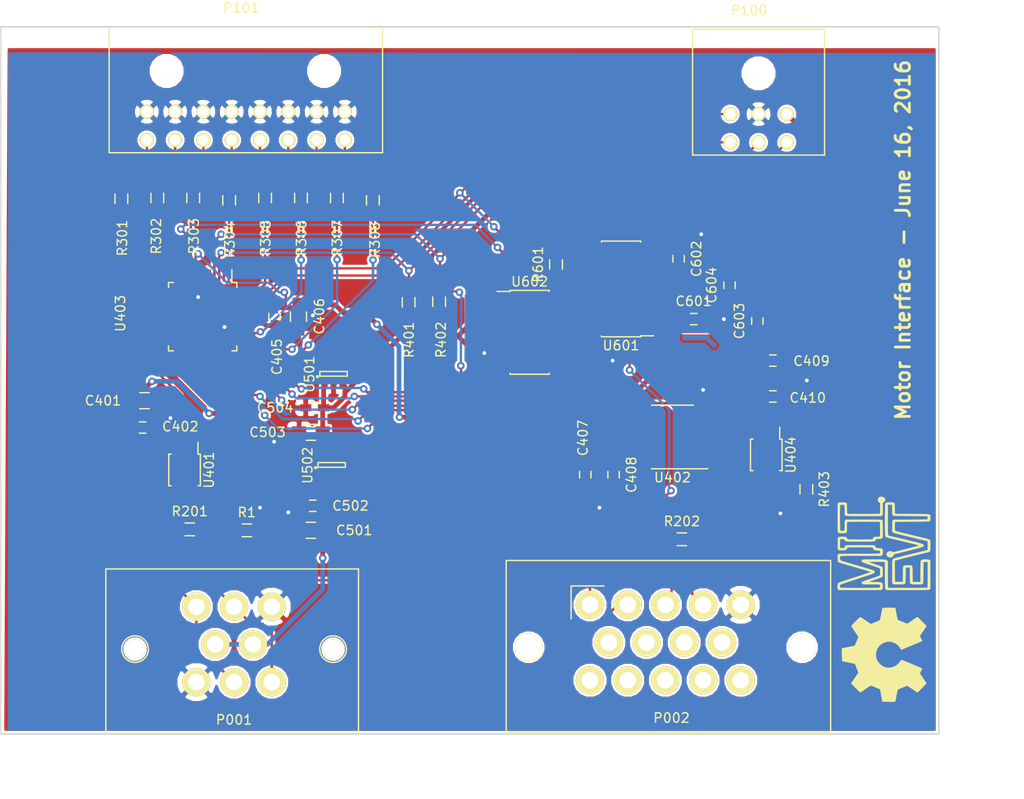
<source format=kicad_pcb>
(kicad_pcb (version 4) (host pcbnew 4.0.2-stable)
  (layers (0 F.Cu signal) (31 B.Cu signal hide) (34 B.Paste user) (35 F.Paste user) (36 B.SilkS user) (37 F.SilkS user) (38 B.Mask user) (39 F.Mask user) (44 Edge.Cuts user))
  (net 0 "")
  (net 1 "Net-(P002-Pad10)")
  (net 2 "Net-(P002-Pad8)")
  (net 3 "Net-(P002-Pad7)")
  (net 4 "Net-(P002-Pad6)")
  (net 5 "Net-(P101-Pad10)")
  (net 6 "Net-(P101-Pad12)")
  (net 7 "Net-(P101-Pad14)")
  (net 8 "Net-(P101-Pad16)")
  (net 9 GND)
  (net 10 +3V3)
  (net 11 /BACK_PANEL/CANH)
  (net 12 /FRONT_PANEL/MCU_RESET_N)
  (net 13 /FRONT_PANEL/MCU_PROG_N)
  (net 14 /FRONT_PANEL/RXD)
  (net 15 /FRONT_PANEL/TXD)
  (net 16 /FRONT_PANEL/LED0)
  (net 17 /FRONT_PANEL/LED2)
  (net 18 /FRONT_PANEL/LED4)
  (net 19 /FRONT_PANEL/LED6)
  (net 20 /FRONT_PANEL/LED1)
  (net 21 /FRONT_PANEL/LED3)
  (net 22 /FRONT_PANEL/LED5)
  (net 23 /FRONT_PANEL/LED7)
  (net 24 /Micro_Controller/PIO0_1)
  (net 25 "Net-(U403-Pad6)")
  (net 26 "Net-(U403-Pad7)")
  (net 27 /Micro_Controller/PIO2_1)
  (net 28 /Micro_Controller/PIO0_3)
  (net 29 /Micro_Controller/PIO0_4)
  (net 30 /Micro_Controller/PIO0_5)
  (net 31 "Net-(U403-Pad21)")
  (net 32 "Net-(U403-Pad22)")
  (net 33 "Net-(U403-Pad23)")
  (net 34 "Net-(U403-Pad24)")
  (net 35 /Micro_Controller/PIO2_2)
  (net 36 "Net-(U403-Pad29)")
  (net 37 /Micro_Controller/PIO1_10)
  (net 38 /Micro_Controller/PIO0_11)
  (net 39 /Micro_Controller/PIO1_0)
  (net 40 /Micro_Controller/PIO1_1)
  (net 41 /Micro_Controller/PIO1_2)
  (net 42 /Micro_Controller/PIO2_3)
  (net 43 /Micro_Controller/PIO1_4)
  (net 44 /Micro_Controller/PIO1_11)
  (net 45 /Micro_Controller/PIO1_5)
  (net 46 "Net-(U501-Pad4)")
  (net 47 "Net-(P101-Pad9)")
  (net 48 "Net-(P101-Pad11)")
  (net 49 "Net-(P101-Pad13)")
  (net 50 "Net-(P101-Pad15)")
  (net 51 +5V)
  (net 52 /BACK_PANEL/CANL)
  (net 53 /Micro_Controller/CAN_RXD)
  (net 54 /Micro_Controller/CAN_TXD)
  (net 55 /Micro_Controller/PIO3_2)
  (net 56 +12V)
  (net 57 "Net-(U502-Pad4)")
  (net 58 "Net-(R1-Pad1)")
  (net 59 "Net-(U401-Pad5)")
  (net 60 "Net-(P002-Pad14)")
  (net 61 "Net-(P002-Pad13)")
  (net 62 "Net-(P002-Pad12)")
  (net 63 "Net-(P002-Pad11)")
  (net 64 "Net-(C601-Pad1)")
  (net 65 "Net-(C602-Pad2)")
  (net 66 "Net-(C603-Pad1)")
  (net 67 "Net-(C603-Pad2)")
  (net 68 "Net-(C604-Pad1)")
  (net 69 "Net-(C604-Pad2)")
  (net 70 /BACK_PANEL/DC/DC_CTRL)
  (net 71 /BACK_PANEL/RS232_MSG)
  (net 72 /Micro_Controller/RS232_CTRL)
  (net 73 "Net-(U601-Pad7)")
  (net 74 "Net-(U601-Pad8)")
  (net 75 "Net-(U601-Pad9)")
  (net 76 "Net-(U601-Pad10)")
  (net 77 "Net-(U601-Pad12)")
  (net 78 "Net-(U601-Pad13)")
  (net 79 /BACK_PANEL/CANL2)
  (net 80 /BACK_PANEL/CANH2)
  (net 81 "Net-(R403-Pad1)")
  (net 82 "Net-(U402-Pad1)")
  (net 83 "Net-(U402-Pad2)")
  (net 84 "Net-(U402-Pad3)")
  (net 85 "Net-(U402-Pad4)")
  (net 86 "Net-(U402-Pad5)")
  (net 87 "Net-(U402-Pad6)")
  (net 88 "Net-(U402-Pad7)")
  (net 89 "Net-(U402-Pad8)")
  (net 90 "Net-(U402-Pad11)")
  (net 91 "Net-(U402-Pad12)")
  (net 92 "Net-(U402-Pad14)")
  (net 93 "Net-(U402-Pad15)")
  (net 94 "Net-(U402-Pad16)")
  (net 95 "Net-(U402-Pad17)")
  (net 96 "Net-(U402-Pad18)")
  (net 97 "Net-(U404-Pad5)")
  (net 98 "Net-(U403-Pad18)")
  (net 99 "Net-(P002-Pad9)")
  (net 100 "Net-(R601-Pad2)")
  (module Connectors_Molex:Connector_Microfit3_Header_02x03_Angled_43045-060x (layer F.Cu) (at 179.88 62.25 180)
    (fp_text reference P100 (at -2 11 180) (layer F.SilkS))
    (fp_text value ISP)
    (pad 1 thru_hole circle (at 0 0 180) (size 1.5 1.5) (drill 1.1) (layers *.Cu *.Mask F.SilkS) (net 15 /FRONT_PANEL/TXD))
    (pad 4 thru_hole circle (at 0 -3 180) (size 1.5 1.5) (drill 1.1) (layers *.Cu *.Mask F.SilkS) (net 14 /FRONT_PANEL/RXD))
    (pad 5 thru_hole circle (at -3 -3 180) (size 1.5 1.5) (drill 1.1) (layers *.Cu *.Mask F.SilkS) (net 12 /FRONT_PANEL/MCU_RESET_N))
    (pad 2 thru_hole circle (at -3 0 180) (size 1.5 1.5) (drill 1.1) (layers *.Cu *.Mask F.SilkS) (net 9 GND))
    (pad 6 thru_hole circle (at -6 -3 180) (size 1.5 1.5) (drill 1.1) (layers *.Cu *.Mask F.SilkS) (net 13 /FRONT_PANEL/MCU_PROG_N))
    (pad 3 thru_hole circle (at -6 0 180) (size 1.5 1.5) (drill 1.1) (layers *.Cu *.Mask F.SilkS) (net 51 +5V))
    (pad "" np_thru_hole circle (at -3 4.32 180) (size 3.1 3.1) (drill 3.1) (layers *.Cu *.Mask F.SilkS))
  )
  (module MITEVT_AUTOMOTIVECON:776280-1 (layer F.Cu) (at 123.25 122.5)
    (fp_text reference P001 (at 4 4) (layer F.SilkS))
    (fp_text value CANCONNECTOR)
    (pad 6 thru_hole circle (at 0 0) (size 3 3) (drill 1.75) (layers *.Cu *.Mask F.SilkS) (net 9 GND))
    (pad 1 thru_hole circle (at 0 -8) (size 3 3) (drill 1.75) (layers *.Cu *.Mask F.SilkS) (net 52 /BACK_PANEL/CANL))
    (pad 2 thru_hole circle (at 4 -8) (size 3 3) (drill 1.75) (layers *.Cu *.Mask F.SilkS) (net 11 /BACK_PANEL/CANH))
    (pad 3 thru_hole circle (at 8 -8) (size 3 3) (drill 1.75) (layers *.Cu *.Mask F.SilkS) (net 9 GND))
    (pad 7 thru_hole circle (at 4 0) (size 3 3) (drill 1.75) (layers *.Cu *.Mask F.SilkS) (net 52 /BACK_PANEL/CANL))
    (pad 8 thru_hole circle (at 8 0) (size 3 3) (drill 1.75) (layers *.Cu *.Mask F.SilkS) (net 11 /BACK_PANEL/CANH))
    (pad 5 thru_hole circle (at 6 -4) (size 3 3) (drill 1.75) (layers *.Cu *.Mask F.SilkS) (net 56 +12V))
    (pad 4 thru_hole circle (at 2 -4) (size 3 3) (drill 1.75) (layers *.Cu *.Mask F.SilkS) (net 56 +12V))
    (pad 9 thru_hole circle (at -6.5 -3.5) (size 2 2) (drill 2) (layers *.Cu *.Mask F.SilkS))
    (pad 10 thru_hole circle (at 14.5 -3.5) (size 2 2) (drill 2) (layers *.Cu *.Mask F.SilkS))
  )
  (module Connectors_Molex:Connector_Microfit3_Header_02x08_Angled_43045-160x (layer F.Cu) (at 118 62 180)
    (fp_text reference P101 (at -10 11 180) (layer F.SilkS))
    (fp_text value DEBUG_LED)
    (pad 9 thru_hole circle (at 0 -3 180) (size 1.5 1.5) (drill 1.1) (layers *.Cu *.Mask F.SilkS) (net 47 "Net-(P101-Pad9)"))
    (pad 1 thru_hole circle (at 0 0 180) (size 1.5 1.5) (drill 1.1) (layers *.Cu *.Mask F.SilkS) (net 9 GND))
    (pad 2 thru_hole circle (at -3 0 180) (size 1.5 1.5) (drill 1.1) (layers *.Cu *.Mask F.SilkS) (net 9 GND))
    (pad 10 thru_hole circle (at -3 -3 180) (size 1.5 1.5) (drill 1.1) (layers *.Cu *.Mask F.SilkS) (net 5 "Net-(P101-Pad10)"))
    (pad 11 thru_hole circle (at -6 -3 180) (size 1.5 1.5) (drill 1.1) (layers *.Cu *.Mask F.SilkS) (net 48 "Net-(P101-Pad11)"))
    (pad 3 thru_hole circle (at -6 0 180) (size 1.5 1.5) (drill 1.1) (layers *.Cu *.Mask F.SilkS) (net 9 GND))
    (pad 4 thru_hole circle (at -9 0 180) (size 1.5 1.5) (drill 1.1) (layers *.Cu *.Mask F.SilkS) (net 9 GND))
    (pad 12 thru_hole circle (at -9 -3 180) (size 1.5 1.5) (drill 1.1) (layers *.Cu *.Mask F.SilkS) (net 6 "Net-(P101-Pad12)"))
    (pad "" np_thru_hole circle (at -2.1 4.32 180) (size 3.1 3.1) (drill 3.1) (layers *.Cu *.Mask F.SilkS))
    (pad 13 thru_hole circle (at -12 -3 180) (size 1.5 1.5) (drill 1.1) (layers *.Cu *.Mask F.SilkS) (net 49 "Net-(P101-Pad13)"))
    (pad 5 thru_hole circle (at -12 0 180) (size 1.5 1.5) (drill 1.1) (layers *.Cu *.Mask F.SilkS) (net 9 GND))
    (pad 6 thru_hole circle (at -15 0 180) (size 1.5 1.5) (drill 1.1) (layers *.Cu *.Mask F.SilkS) (net 9 GND))
    (pad 14 thru_hole circle (at -15 -3 180) (size 1.5 1.5) (drill 1.1) (layers *.Cu *.Mask F.SilkS) (net 7 "Net-(P101-Pad14)"))
    (pad 15 thru_hole circle (at -18 -3 180) (size 1.5 1.5) (drill 1.1) (layers *.Cu *.Mask F.SilkS) (net 50 "Net-(P101-Pad15)"))
    (pad 7 thru_hole circle (at -18 0 180) (size 1.5 1.5) (drill 1.1) (layers *.Cu *.Mask F.SilkS) (net 9 GND))
    (pad 16 thru_hole circle (at -21 -3 180) (size 1.5 1.5) (drill 1.1) (layers *.Cu *.Mask F.SilkS) (net 8 "Net-(P101-Pad16)"))
    (pad 8 thru_hole circle (at -21 0 180) (size 1.5 1.5) (drill 1.1) (layers *.Cu *.Mask F.SilkS) (net 9 GND))
    (pad "" np_thru_hole circle (at -18.8 4.32 180) (size 3.1 3.1) (drill 3.1) (layers *.Cu *.Mask F.SilkS))
  )
  (module Capacitors_SMD:C_0805_HandSoldering (layer F.Cu) (at 117.75 92.65)
    (fp_text reference C401 (at -4.4 0) (layer F.SilkS))
    (fp_text value 10uF)
    (pad 1 smd rect (at -1.25 0) (size 1.5 1.25) (layers F.Cu F.Paste F.Mask) (net 51 +5V))
    (pad 2 smd rect (at 1.25 0) (size 1.5 1.25) (layers F.Cu F.Paste F.Mask) (net 9 GND))
  )
  (module Capacitors_SMD:C_0603_HandSoldering (layer F.Cu) (at 131.54 83.74 270)
    (fp_text reference C405 (at 4.26 -0.26 270) (layer F.SilkS))
    (fp_text value 0.1uF)
    (pad 1 smd rect (at -0.95 0 270) (size 1.2 0.75) (layers F.Cu F.Paste F.Mask) (net 10 +3V3))
    (pad 2 smd rect (at 0.95 0 270) (size 1.2 0.75) (layers F.Cu F.Paste F.Mask) (net 9 GND))
  )
  (module Capacitors_SMD:C_0805_HandSoldering (layer F.Cu) (at 134.08 83.74 270)
    (fp_text reference C406 (at -0.04 -2.22 270) (layer F.SilkS))
    (fp_text value 10uF)
    (pad 1 smd rect (at -1.25 0 270) (size 1.5 1.25) (layers F.Cu F.Paste F.Mask) (net 10 +3V3))
    (pad 2 smd rect (at 1.25 0 270) (size 1.5 1.25) (layers F.Cu F.Paste F.Mask) (net 9 GND))
  )
  (module Resistors_SMD:R_0603_HandSoldering (layer F.Cu) (at 122.555 106.299)
    (fp_text reference R201 (at 0 -1.9) (layer F.SilkS))
    (fp_text value 120)
    (pad 1 smd rect (at -1.1 0) (size 1.2 0.9) (layers F.Cu F.Paste F.Mask) (net 52 /BACK_PANEL/CANL))
    (pad 2 smd rect (at 1.1 0) (size 1.2 0.9) (layers F.Cu F.Paste F.Mask) (net 11 /BACK_PANEL/CANH))
  )
  (module Resistors_SMD:R_0603_HandSoldering (layer F.Cu) (at 115.3 71.23 90)
    (fp_text reference R301 (at -4.17 0.1 90) (layer F.SilkS))
    (fp_text value 100)
    (pad 1 smd rect (at -1.1 0 90) (size 1.2 0.9) (layers F.Cu F.Paste F.Mask) (net 16 /FRONT_PANEL/LED0))
    (pad 2 smd rect (at 1.1 0 90) (size 1.2 0.9) (layers F.Cu F.Paste F.Mask) (net 47 "Net-(P101-Pad9)"))
  )
  (module Resistors_SMD:R_0603_HandSoldering (layer F.Cu) (at 119.11 71.15 270)
    (fp_text reference R302 (at 4.05 0.11 270) (layer F.SilkS))
    (fp_text value 100)
    (pad 1 smd rect (at -1.1 0 270) (size 1.2 0.9) (layers F.Cu F.Paste F.Mask) (net 5 "Net-(P101-Pad10)"))
    (pad 2 smd rect (at 1.1 0 270) (size 1.2 0.9) (layers F.Cu F.Paste F.Mask) (net 20 /FRONT_PANEL/LED1))
  )
  (module Resistors_SMD:R_0603_HandSoldering (layer F.Cu) (at 122.92 71.15 270)
    (fp_text reference R303 (at 4.05 -0.08 270) (layer F.SilkS))
    (fp_text value 100)
    (pad 1 smd rect (at -1.1 0 270) (size 1.2 0.9) (layers F.Cu F.Paste F.Mask) (net 48 "Net-(P101-Pad11)"))
    (pad 2 smd rect (at 1.1 0 270) (size 1.2 0.9) (layers F.Cu F.Paste F.Mask) (net 17 /FRONT_PANEL/LED2))
  )
  (module Resistors_SMD:R_0603_HandSoldering (layer F.Cu) (at 126.73 71.4 90)
    (fp_text reference R304 (at -4.2 0.07 90) (layer F.SilkS))
    (fp_text value 100)
    (pad 1 smd rect (at -1.1 0 90) (size 1.2 0.9) (layers F.Cu F.Paste F.Mask) (net 21 /FRONT_PANEL/LED3))
    (pad 2 smd rect (at 1.1 0 90) (size 1.2 0.9) (layers F.Cu F.Paste F.Mask) (net 6 "Net-(P101-Pad12)"))
  )
  (module Resistors_SMD:R_0603_HandSoldering (layer F.Cu) (at 130.54 71.15 270)
    (fp_text reference R305 (at 4.25 -0.06 270) (layer F.SilkS))
    (fp_text value 100)
    (pad 1 smd rect (at -1.1 0 270) (size 1.2 0.9) (layers F.Cu F.Paste F.Mask) (net 49 "Net-(P101-Pad13)"))
    (pad 2 smd rect (at 1.1 0 270) (size 1.2 0.9) (layers F.Cu F.Paste F.Mask) (net 18 /FRONT_PANEL/LED4))
  )
  (module Resistors_SMD:R_0603_HandSoldering (layer F.Cu) (at 134.35 71.15 90)
    (fp_text reference R306 (at -4.25 0.05 90) (layer F.SilkS))
    (fp_text value 100)
    (pad 1 smd rect (at -1.1 0 90) (size 1.2 0.9) (layers F.Cu F.Paste F.Mask) (net 22 /FRONT_PANEL/LED5))
    (pad 2 smd rect (at 1.1 0 90) (size 1.2 0.9) (layers F.Cu F.Paste F.Mask) (net 7 "Net-(P101-Pad14)"))
  )
  (module Resistors_SMD:R_0603_HandSoldering (layer F.Cu) (at 138.16 71.15 270)
    (fp_text reference R307 (at 4.25 -0.04 270) (layer F.SilkS))
    (fp_text value 100)
    (pad 1 smd rect (at -1.1 0 270) (size 1.2 0.9) (layers F.Cu F.Paste F.Mask) (net 50 "Net-(P101-Pad15)"))
    (pad 2 smd rect (at 1.1 0 270) (size 1.2 0.9) (layers F.Cu F.Paste F.Mask) (net 19 /FRONT_PANEL/LED6))
  )
  (module Resistors_SMD:R_0603_HandSoldering (layer F.Cu) (at 141.97 71.4 90)
    (fp_text reference R308 (at -4.2 0.23 90) (layer F.SilkS))
    (fp_text value 100)
    (pad 1 smd rect (at -1.1 0 90) (size 1.2 0.9) (layers F.Cu F.Paste F.Mask) (net 23 /FRONT_PANEL/LED7))
    (pad 2 smd rect (at 1.1 0 90) (size 1.2 0.9) (layers F.Cu F.Paste F.Mask) (net 8 "Net-(P101-Pad16)"))
  )
  (module Resistors_SMD:R_0603_HandSoldering (layer F.Cu) (at 145.764 82.216 90)
    (fp_text reference R401 (at -3.984 0.036 90) (layer F.SilkS))
    (fp_text value 10k)
    (pad 1 smd rect (at -1.1 0 90) (size 1.2 0.9) (layers F.Cu F.Paste F.Mask) (net 10 +3V3))
    (pad 2 smd rect (at 1.1 0 90) (size 1.2 0.9) (layers F.Cu F.Paste F.Mask) (net 12 /FRONT_PANEL/MCU_RESET_N))
  )
  (module Resistors_SMD:R_0603_HandSoldering (layer F.Cu) (at 149.0025 82.1525 90)
    (fp_text reference R402 (at -4.0475 0.1975 90) (layer F.SilkS))
    (fp_text value 10k)
    (pad 1 smd rect (at -1.1 0 90) (size 1.2 0.9) (layers F.Cu F.Paste F.Mask) (net 10 +3V3))
    (pad 2 smd rect (at 1.1 0 90) (size 1.2 0.9) (layers F.Cu F.Paste F.Mask) (net 13 /FRONT_PANEL/MCU_PROG_N))
  )
  (module Housings_SSOP:MSOP-8_3x3mm_Pitch0.65mm (layer F.Cu) (at 122 100 270)
    (fp_text reference U401 (at 0 -2.6 270) (layer F.SilkS))
    (fp_text value MCP2551-I/SN)
    (pad 1 smd rect (at -2.2 -0.975 270) (size 1.45 0.45) (layers F.Cu F.Paste F.Mask) (net 54 /Micro_Controller/CAN_TXD))
    (pad 2 smd rect (at -2.2 -0.325 270) (size 1.45 0.45) (layers F.Cu F.Paste F.Mask) (net 9 GND))
    (pad 3 smd rect (at -2.2 0.325 270) (size 1.45 0.45) (layers F.Cu F.Paste F.Mask) (net 51 +5V))
    (pad 4 smd rect (at -2.2 0.975 270) (size 1.45 0.45) (layers F.Cu F.Paste F.Mask) (net 53 /Micro_Controller/CAN_RXD))
    (pad 5 smd rect (at 2.2 0.975 270) (size 1.45 0.45) (layers F.Cu F.Paste F.Mask) (net 59 "Net-(U401-Pad5)"))
    (pad 6 smd rect (at 2.2 0.325 270) (size 1.45 0.45) (layers F.Cu F.Paste F.Mask) (net 52 /BACK_PANEL/CANL))
    (pad 7 smd rect (at 2.2 -0.325 270) (size 1.45 0.45) (layers F.Cu F.Paste F.Mask) (net 11 /BACK_PANEL/CANH))
    (pad 8 smd rect (at 2.2 -0.975 270) (size 1.45 0.45) (layers F.Cu F.Paste F.Mask) (net 58 "Net-(R1-Pad1)"))
  )
  (module Housings_QFP:LQFP-48_7x7mm_Pitch0.5mm (layer F.Cu) (at 123.92 83.74 270)
    (fp_text reference U403 (at -0.34 8.72 270) (layer F.SilkS))
    (fp_text value LPC11C14)
    (pad 1 smd rect (at -4.35 -2.75 270) (size 1.3 0.25) (layers F.Cu F.Paste F.Mask) (net 21 /FRONT_PANEL/LED3))
    (pad 2 smd rect (at -4.35 -2.25 270) (size 1.3 0.25) (layers F.Cu F.Paste F.Mask) (net 24 /Micro_Controller/PIO0_1))
    (pad 3 smd rect (at -4.35 -1.75 270) (size 1.3 0.25) (layers F.Cu F.Paste F.Mask) (net 12 /FRONT_PANEL/MCU_RESET_N))
    (pad 4 smd rect (at -4.35 -1.25 270) (size 1.3 0.25) (layers F.Cu F.Paste F.Mask) (net 13 /FRONT_PANEL/MCU_PROG_N))
    (pad 5 smd rect (at -4.35 -0.75 270) (size 1.3 0.25) (layers F.Cu F.Paste F.Mask) (net 9 GND))
    (pad 6 smd rect (at -4.35 -0.25 270) (size 1.3 0.25) (layers F.Cu F.Paste F.Mask) (net 25 "Net-(U403-Pad6)"))
    (pad 7 smd rect (at -4.35 0.25 270) (size 1.3 0.25) (layers F.Cu F.Paste F.Mask) (net 26 "Net-(U403-Pad7)"))
    (pad 8 smd rect (at -4.35 0.75 270) (size 1.3 0.25) (layers F.Cu F.Paste F.Mask) (net 10 +3V3))
    (pad 9 smd rect (at -4.35 1.25 270) (size 1.3 0.25) (layers F.Cu F.Paste F.Mask) (net 17 /FRONT_PANEL/LED2))
    (pad 10 smd rect (at -4.35 1.75 270) (size 1.3 0.25) (layers F.Cu F.Paste F.Mask) (net 72 /Micro_Controller/RS232_CTRL))
    (pad 11 smd rect (at -4.35 2.25 270) (size 1.3 0.25) (layers F.Cu F.Paste F.Mask) (net 20 /FRONT_PANEL/LED1))
    (pad 12 smd rect (at -4.35 2.75 270) (size 1.3 0.25) (layers F.Cu F.Paste F.Mask) (net 16 /FRONT_PANEL/LED0))
    (pad 13 smd rect (at -2.75 4.35) (size 1.3 0.25) (layers F.Cu F.Paste F.Mask) (net 27 /Micro_Controller/PIO2_1))
    (pad 14 smd rect (at -2.25 4.35) (size 1.3 0.25) (layers F.Cu F.Paste F.Mask) (net 28 /Micro_Controller/PIO0_3))
    (pad 15 smd rect (at -1.75 4.35) (size 1.3 0.25) (layers F.Cu F.Paste F.Mask) (net 29 /Micro_Controller/PIO0_4))
    (pad 16 smd rect (at -1.25 4.35) (size 1.3 0.25) (layers F.Cu F.Paste F.Mask) (net 30 /Micro_Controller/PIO0_5))
    (pad 17 smd rect (at -0.75 4.35) (size 1.3 0.25) (layers F.Cu F.Paste F.Mask) (net 70 /BACK_PANEL/DC/DC_CTRL))
    (pad 18 smd rect (at -0.25 4.35) (size 1.3 0.25) (layers F.Cu F.Paste F.Mask) (net 98 "Net-(U403-Pad18)"))
    (pad 19 smd rect (at 0.25 4.35) (size 1.3 0.25) (layers F.Cu F.Paste F.Mask) (net 53 /Micro_Controller/CAN_RXD))
    (pad 20 smd rect (at 0.75 4.35) (size 1.3 0.25) (layers F.Cu F.Paste F.Mask) (net 54 /Micro_Controller/CAN_TXD))
    (pad 21 smd rect (at 1.25 4.35) (size 1.3 0.25) (layers F.Cu F.Paste F.Mask) (net 31 "Net-(U403-Pad21)"))
    (pad 22 smd rect (at 1.75 4.35) (size 1.3 0.25) (layers F.Cu F.Paste F.Mask) (net 32 "Net-(U403-Pad22)"))
    (pad 23 smd rect (at 2.25 4.35) (size 1.3 0.25) (layers F.Cu F.Paste F.Mask) (net 33 "Net-(U403-Pad23)"))
    (pad 24 smd rect (at 2.75 4.35) (size 1.3 0.25) (layers F.Cu F.Paste F.Mask) (net 34 "Net-(U403-Pad24)"))
    (pad 25 smd rect (at 4.35 2.75 270) (size 1.3 0.25) (layers F.Cu F.Paste F.Mask) (net 96 "Net-(U402-Pad18)"))
    (pad 26 smd rect (at 4.35 2.25 270) (size 1.3 0.25) (layers F.Cu F.Paste F.Mask) (net 35 /Micro_Controller/PIO2_2))
    (pad 27 smd rect (at 4.35 1.75 270) (size 1.3 0.25) (layers F.Cu F.Paste F.Mask) (net 95 "Net-(U402-Pad17)"))
    (pad 28 smd rect (at 4.35 1.25 270) (size 1.3 0.25) (layers F.Cu F.Paste F.Mask) (net 94 "Net-(U402-Pad16)"))
    (pad 29 smd rect (at 4.35 0.75 270) (size 1.3 0.25) (layers F.Cu F.Paste F.Mask) (net 36 "Net-(U403-Pad29)"))
    (pad 30 smd rect (at 4.35 0.25 270) (size 1.3 0.25) (layers F.Cu F.Paste F.Mask) (net 37 /Micro_Controller/PIO1_10))
    (pad 31 smd rect (at 4.35 -0.25 270) (size 1.3 0.25) (layers F.Cu F.Paste F.Mask) (net 92 "Net-(U402-Pad14)"))
    (pad 32 smd rect (at 4.35 -0.75 270) (size 1.3 0.25) (layers F.Cu F.Paste F.Mask) (net 38 /Micro_Controller/PIO0_11))
    (pad 33 smd rect (at 4.35 -1.25 270) (size 1.3 0.25) (layers F.Cu F.Paste F.Mask) (net 39 /Micro_Controller/PIO1_0))
    (pad 34 smd rect (at 4.35 -1.75 270) (size 1.3 0.25) (layers F.Cu F.Paste F.Mask) (net 40 /Micro_Controller/PIO1_1))
    (pad 35 smd rect (at 4.35 -2.25 270) (size 1.3 0.25) (layers F.Cu F.Paste F.Mask) (net 41 /Micro_Controller/PIO1_2))
    (pad 36 smd rect (at 4.35 -2.75 270) (size 1.3 0.25) (layers F.Cu F.Paste F.Mask) (net 23 /FRONT_PANEL/LED7))
    (pad 37 smd rect (at 2.75 -4.35) (size 1.3 0.25) (layers F.Cu F.Paste F.Mask) (net 19 /FRONT_PANEL/LED6))
    (pad 38 smd rect (at 2.25 -4.35) (size 1.3 0.25) (layers F.Cu F.Paste F.Mask) (net 42 /Micro_Controller/PIO2_3))
    (pad 39 smd rect (at 1.75 -4.35) (size 1.3 0.25) (layers F.Cu F.Paste F.Mask) (net 22 /FRONT_PANEL/LED5))
    (pad 40 smd rect (at 1.25 -4.35) (size 1.3 0.25) (layers F.Cu F.Paste F.Mask) (net 43 /Micro_Controller/PIO1_4))
    (pad 41 smd rect (at 0.75 -4.35) (size 1.3 0.25) (layers F.Cu F.Paste F.Mask) (net 9 GND))
    (pad 42 smd rect (at 0.25 -4.35) (size 1.3 0.25) (layers F.Cu F.Paste F.Mask) (net 44 /Micro_Controller/PIO1_11))
    (pad 43 smd rect (at -0.25 -4.35) (size 1.3 0.25) (layers F.Cu F.Paste F.Mask) (net 55 /Micro_Controller/PIO3_2))
    (pad 44 smd rect (at -0.75 -4.35) (size 1.3 0.25) (layers F.Cu F.Paste F.Mask) (net 10 +3V3))
    (pad 45 smd rect (at -1.25 -4.35) (size 1.3 0.25) (layers F.Cu F.Paste F.Mask) (net 45 /Micro_Controller/PIO1_5))
    (pad 46 smd rect (at -1.75 -4.35) (size 1.3 0.25) (layers F.Cu F.Paste F.Mask) (net 14 /FRONT_PANEL/RXD))
    (pad 47 smd rect (at -2.25 -4.35) (size 1.3 0.25) (layers F.Cu F.Paste F.Mask) (net 15 /FRONT_PANEL/TXD))
    (pad 48 smd rect (at -2.75 -4.35) (size 1.3 0.25) (layers F.Cu F.Paste F.Mask) (net 18 /FRONT_PANEL/LED4))
  )
  (module Housings_SOT-23_SOT-143_TSOT-6:SOT-23-5 (layer F.Cu) (at 137.8 89.8 90)
    (fp_text reference U501 (at -0.05 -2.55 90) (layer F.SilkS))
    (fp_text value MCP1755-33)
    (pad 1 smd rect (at -1.1 -0.95 90) (size 1.06 0.65) (layers F.Cu F.Paste F.Mask) (net 51 +5V))
    (pad 2 smd rect (at -1.1 0 90) (size 1.06 0.65) (layers F.Cu F.Paste F.Mask) (net 9 GND))
    (pad 3 smd rect (at -1.1 0.95 90) (size 1.06 0.65) (layers F.Cu F.Paste F.Mask) (net 51 +5V))
    (pad 4 smd rect (at 1.1 0.95 90) (size 1.06 0.65) (layers F.Cu F.Paste F.Mask) (net 46 "Net-(U501-Pad4)"))
    (pad 5 smd rect (at 1.1 -0.95 90) (size 1.06 0.65) (layers F.Cu F.Paste F.Mask) (net 10 +3V3))
  )
  (module Housings_SOT-23_SOT-143_TSOT-6:SOT-23-5 (layer F.Cu) (at 137.602 99.465 90)
    (fp_text reference U502 (at -0.05 -2.55 90) (layer F.SilkS))
    (fp_text value MCP1755-5)
    (pad 1 smd rect (at -1.1 -0.95 90) (size 1.06 0.65) (layers F.Cu F.Paste F.Mask) (net 56 +12V))
    (pad 2 smd rect (at -1.1 0 90) (size 1.06 0.65) (layers F.Cu F.Paste F.Mask) (net 9 GND))
    (pad 3 smd rect (at -1.1 0.95 90) (size 1.06 0.65) (layers F.Cu F.Paste F.Mask) (net 56 +12V))
    (pad 4 smd rect (at 1.1 0.95 90) (size 1.06 0.65) (layers F.Cu F.Paste F.Mask) (net 57 "Net-(U502-Pad4)"))
    (pad 5 smd rect (at 1.1 -0.95 90) (size 1.06 0.65) (layers F.Cu F.Paste F.Mask) (net 51 +5V))
  )
  (module Resistors_SMD:R_0603_HandSoldering (layer F.Cu) (at 128.6 106.4)
    (fp_text reference R1 (at 0 -1.9) (layer F.SilkS))
    (fp_text value 20k)
    (pad 1 smd rect (at -1.1 0) (size 1.2 0.9) (layers F.Cu F.Paste F.Mask) (net 58 "Net-(R1-Pad1)"))
    (pad 2 smd rect (at 1.1 0) (size 1.2 0.9) (layers F.Cu F.Paste F.Mask) (net 9 GND))
  )
  (module Capacitors_SMD:C_0805_HandSoldering (layer F.Cu) (at 135.4 106.4)
    (fp_text reference C501 (at 4.6 0) (layer F.SilkS))
    (fp_text value 10μ)
    (pad 1 smd rect (at -1.25 0) (size 1.5 1.25) (layers F.Cu F.Paste F.Mask) (net 9 GND))
    (pad 2 smd rect (at 1.25 0) (size 1.5 1.25) (layers F.Cu F.Paste F.Mask) (net 56 +12V))
  )
  (module Capacitors_SMD:C_0603_HandSoldering (layer F.Cu) (at 135.6 103.8 180)
    (fp_text reference C502 (at -4 0 180) (layer F.SilkS))
    (fp_text value .1μ)
    (pad 1 smd rect (at -0.95 0 180) (size 1.2 0.75) (layers F.Cu F.Paste F.Mask) (net 56 +12V))
    (pad 2 smd rect (at 0.95 0 180) (size 1.2 0.75) (layers F.Cu F.Paste F.Mask) (net 9 GND))
  )
  (module Capacitors_SMD:C_0805_HandSoldering (layer F.Cu) (at 135.4 96 180)
    (fp_text reference C503 (at 4.6 0 180) (layer F.SilkS))
    (fp_text value 10μ)
    (pad 1 smd rect (at -1.25 0 180) (size 1.5 1.25) (layers F.Cu F.Paste F.Mask) (net 51 +5V))
    (pad 2 smd rect (at 1.25 0 180) (size 1.5 1.25) (layers F.Cu F.Paste F.Mask) (net 9 GND))
  )
  (module Capacitors_SMD:C_0603_HandSoldering (layer F.Cu) (at 135.8 93.4 180)
    (fp_text reference C504 (at 4.2 0 180) (layer F.SilkS))
    (fp_text value .1μ)
    (pad 1 smd rect (at -0.95 0 180) (size 1.2 0.75) (layers F.Cu F.Paste F.Mask) (net 51 +5V))
    (pad 2 smd rect (at 0.95 0 180) (size 1.2 0.75) (layers F.Cu F.Paste F.Mask) (net 9 GND))
  )
  (module MITEVT_AUTOMOTIVECON:776267-1 (layer F.Cu) (at 165 114.3)
    (fp_text reference P002 (at 8.65 12) (layer F.SilkS))
    (fp_text value CONN_01X14)
    (pad 16 thru_hole circle (at 22.5 4.5) (size 2.85 2.85) (drill 2.85) (layers *.Cu *.Mask F.SilkS))
    (pad 14 thru_hole circle (at 16 8) (size 3 3) (drill 1.75) (layers *.Cu *.Mask F.SilkS) (net 60 "Net-(P002-Pad14)"))
    (pad 13 thru_hole circle (at 12 8) (size 3 3) (drill 1.75) (layers *.Cu *.Mask F.SilkS) (net 61 "Net-(P002-Pad13)"))
    (pad 12 thru_hole circle (at 8 8) (size 3 3) (drill 1.75) (layers *.Cu *.Mask F.SilkS) (net 62 "Net-(P002-Pad12)"))
    (pad 11 thru_hole circle (at 4 8) (size 3 3) (drill 1.75) (layers *.Cu *.Mask F.SilkS) (net 63 "Net-(P002-Pad11)"))
    (pad 10 thru_hole circle (at 0 8) (size 3 3) (drill 1.75) (layers *.Cu *.Mask F.SilkS) (net 1 "Net-(P002-Pad10)"))
    (pad 9 thru_hole circle (at 14 4) (size 3 3) (drill 1.75) (layers *.Cu *.Mask F.SilkS) (net 99 "Net-(P002-Pad9)"))
    (pad 8 thru_hole circle (at 10 4) (size 3 3) (drill 1.75) (layers *.Cu *.Mask F.SilkS) (net 2 "Net-(P002-Pad8)"))
    (pad 7 thru_hole circle (at 6 4) (size 3 3) (drill 1.75) (layers *.Cu *.Mask F.SilkS) (net 3 "Net-(P002-Pad7)"))
    (pad 2 thru_hole circle (at 4 0) (size 3 3) (drill 1.75) (layers *.Cu *.Mask F.SilkS) (net 70 /BACK_PANEL/DC/DC_CTRL))
    (pad 5 thru_hole circle (at 16 0) (size 3 3) (drill 1.75) (layers *.Cu *.Mask F.SilkS) (net 9 GND))
    (pad 4 thru_hole circle (at 12 0) (size 3 3) (drill 1.75) (layers *.Cu *.Mask F.SilkS) (net 80 /BACK_PANEL/CANH2))
    (pad 3 thru_hole circle (at 8 0) (size 3 3) (drill 1.75) (layers *.Cu *.Mask F.SilkS) (net 79 /BACK_PANEL/CANL2))
    (pad 1 thru_hole circle (at 0 0) (size 3 3) (drill 1.75) (layers *.Cu *.Mask F.SilkS) (net 71 /BACK_PANEL/RS232_MSG))
    (pad 6 thru_hole circle (at 2 4) (size 3 3) (drill 1.75) (layers *.Cu *.Mask F.SilkS) (net 4 "Net-(P002-Pad6)"))
    (pad 15 thru_hole circle (at -6.5 4.5) (size 2.85 2.85) (drill 2.85) (layers *.Cu *.Mask F.SilkS))
  )
  (module Capacitors_SMD:C_0603_HandSoldering (layer F.Cu) (at 117.55 95.5)
    (fp_text reference C402 (at 4 -0.1) (layer F.SilkS))
    (fp_text value 0.1uF)
    (pad 1 smd rect (at -0.95 0) (size 1.2 0.75) (layers F.Cu F.Paste F.Mask) (net 51 +5V))
    (pad 2 smd rect (at 0.95 0) (size 1.2 0.75) (layers F.Cu F.Paste F.Mask) (net 9 GND))
  )
  (module Capacitors_SMD:C_0603_HandSoldering (layer F.Cu) (at 176 84)
    (fp_text reference C601 (at 0 -1.9) (layer F.SilkS))
    (fp_text value 1μF)
    (pad 1 smd rect (at -0.95 0) (size 1.2 0.75) (layers F.Cu F.Paste F.Mask) (net 64 "Net-(C601-Pad1)"))
    (pad 2 smd rect (at 0.95 0) (size 1.2 0.75) (layers F.Cu F.Paste F.Mask) (net 9 GND))
  )
  (module Capacitors_SMD:C_0603_HandSoldering (layer F.Cu) (at 174.4 77.6 270)
    (fp_text reference C602 (at 0 -1.9 270) (layer F.SilkS))
    (fp_text value 1μF)
    (pad 1 smd rect (at -0.95 0 270) (size 1.2 0.75) (layers F.Cu F.Paste F.Mask) (net 9 GND))
    (pad 2 smd rect (at 0.95 0 270) (size 1.2 0.75) (layers F.Cu F.Paste F.Mask) (net 65 "Net-(C602-Pad2)"))
  )
  (module Capacitors_SMD:C_0603_HandSoldering (layer F.Cu) (at 182.75 84.2 90)
    (fp_text reference C603 (at 0 -1.9 90) (layer F.SilkS))
    (fp_text value 1μF)
    (pad 1 smd rect (at -0.95 0 90) (size 1.2 0.75) (layers F.Cu F.Paste F.Mask) (net 66 "Net-(C603-Pad1)"))
    (pad 2 smd rect (at 0.95 0 90) (size 1.2 0.75) (layers F.Cu F.Paste F.Mask) (net 67 "Net-(C603-Pad2)"))
  )
  (module Capacitors_SMD:C_0603_HandSoldering (layer F.Cu) (at 179.8 80.4 90)
    (fp_text reference C604 (at 0 -1.9 90) (layer F.SilkS))
    (fp_text value 1μF)
    (pad 1 smd rect (at -0.95 0 90) (size 1.2 0.75) (layers F.Cu F.Paste F.Mask) (net 68 "Net-(C604-Pad1)"))
    (pad 2 smd rect (at 0.95 0 90) (size 1.2 0.75) (layers F.Cu F.Paste F.Mask) (net 69 "Net-(C604-Pad2)"))
  )
  (module Resistors_SMD:R_0603 (layer F.Cu) (at 161.4 78.2 90)
    (fp_text reference R601 (at 0 -1.9 270) (layer F.SilkS))
    (fp_text value 20K)
    (pad 1 smd rect (at -0.75 0 90) (size 0.5 0.9) (layers F.Cu F.Paste F.Mask) (net 51 +5V))
    (pad 2 smd rect (at 0.75 0 90) (size 0.5 0.9) (layers F.Cu F.Paste F.Mask) (net 100 "Net-(R601-Pad2)"))
  )
  (module Housings_SOIC:SOIC-16_3.9x9.9mm_Pitch1.27mm (layer F.Cu) (at 168.3 80.8 180)
    (fp_text reference U601 (at 0 -6 180) (layer F.SilkS))
    (fp_text value MAX232)
    (pad 1 smd rect (at -2.7 -4.445 180) (size 1.5 0.6) (layers F.Cu F.Paste F.Mask) (net 66 "Net-(C603-Pad1)"))
    (pad 2 smd rect (at -2.7 -3.175 180) (size 1.5 0.6) (layers F.Cu F.Paste F.Mask) (net 64 "Net-(C601-Pad1)"))
    (pad 3 smd rect (at -2.7 -1.905 180) (size 1.5 0.6) (layers F.Cu F.Paste F.Mask) (net 67 "Net-(C603-Pad2)"))
    (pad 4 smd rect (at -2.7 -0.635 180) (size 1.5 0.6) (layers F.Cu F.Paste F.Mask) (net 68 "Net-(C604-Pad1)"))
    (pad 5 smd rect (at -2.7 0.635 180) (size 1.5 0.6) (layers F.Cu F.Paste F.Mask) (net 69 "Net-(C604-Pad2)"))
    (pad 6 smd rect (at -2.7 1.905 180) (size 1.5 0.6) (layers F.Cu F.Paste F.Mask) (net 65 "Net-(C602-Pad2)"))
    (pad 7 smd rect (at -2.7 3.175 180) (size 1.5 0.6) (layers F.Cu F.Paste F.Mask) (net 73 "Net-(U601-Pad7)"))
    (pad 8 smd rect (at -2.7 4.445 180) (size 1.5 0.6) (layers F.Cu F.Paste F.Mask) (net 74 "Net-(U601-Pad8)"))
    (pad 9 smd rect (at 2.7 4.445 180) (size 1.5 0.6) (layers F.Cu F.Paste F.Mask) (net 75 "Net-(U601-Pad9)"))
    (pad 10 smd rect (at 2.7 3.175 180) (size 1.5 0.6) (layers F.Cu F.Paste F.Mask) (net 76 "Net-(U601-Pad10)"))
    (pad 11 smd rect (at 2.7 1.905 180) (size 1.5 0.6) (layers F.Cu F.Paste F.Mask) (net 100 "Net-(R601-Pad2)"))
    (pad 12 smd rect (at 2.7 0.635 180) (size 1.5 0.6) (layers F.Cu F.Paste F.Mask) (net 77 "Net-(U601-Pad12)"))
    (pad 13 smd rect (at 2.7 -0.635 180) (size 1.5 0.6) (layers F.Cu F.Paste F.Mask) (net 78 "Net-(U601-Pad13)"))
    (pad 14 smd rect (at 2.7 -1.905 180) (size 1.5 0.6) (layers F.Cu F.Paste F.Mask) (net 71 /BACK_PANEL/RS232_MSG))
    (pad 15 smd rect (at 2.7 -3.175 180) (size 1.5 0.6) (layers F.Cu F.Paste F.Mask) (net 9 GND))
    (pad 16 smd rect (at 2.7 -4.445 180) (size 1.5 0.6) (layers F.Cu F.Paste F.Mask) (net 51 +5V))
  )
  (module Capacitors_SMD:C_0603_HandSoldering (layer F.Cu) (at 164.5 100.5 270)
    (fp_text reference C407 (at -3.9 0.25 270) (layer F.SilkS))
    (fp_text value 1μF)
    (pad 1 smd rect (at -0.95 0 270) (size 1.2 0.75) (layers F.Cu F.Paste F.Mask) (net 10 +3V3))
    (pad 2 smd rect (at 0.95 0 270) (size 1.2 0.75) (layers F.Cu F.Paste F.Mask) (net 9 GND))
  )
  (module Capacitors_SMD:C_0603_HandSoldering (layer F.Cu) (at 167.5 100.5 270)
    (fp_text reference C408 (at 0 -1.9 270) (layer F.SilkS))
    (fp_text value .1μF)
    (pad 1 smd rect (at -0.95 0 270) (size 1.2 0.75) (layers F.Cu F.Paste F.Mask) (net 10 +3V3))
    (pad 2 smd rect (at 0.95 0 270) (size 1.2 0.75) (layers F.Cu F.Paste F.Mask) (net 9 GND))
  )
  (module Capacitors_SMD:C_0603_HandSoldering (layer F.Cu) (at 184.4 88.4)
    (fp_text reference C409 (at 4.1 0.05) (layer F.SilkS))
    (fp_text value 1μF)
    (pad 1 smd rect (at -0.95 0) (size 1.2 0.75) (layers F.Cu F.Paste F.Mask) (net 51 +5V))
    (pad 2 smd rect (at 0.95 0) (size 1.2 0.75) (layers F.Cu F.Paste F.Mask) (net 9 GND))
  )
  (module Capacitors_SMD:C_0603_HandSoldering (layer F.Cu) (at 184.4 92.2)
    (fp_text reference C410 (at 3.7 0.15) (layer F.SilkS))
    (fp_text value .1μF)
    (pad 1 smd rect (at -0.95 0) (size 1.2 0.75) (layers F.Cu F.Paste F.Mask) (net 51 +5V))
    (pad 2 smd rect (at 0.95 0) (size 1.2 0.75) (layers F.Cu F.Paste F.Mask) (net 9 GND))
  )
  (module Resistors_SMD:R_0603_HandSoldering (layer F.Cu) (at 174.75 107.35)
    (fp_text reference R202 (at 0 -1.9) (layer F.SilkS))
    (fp_text value 120)
    (pad 1 smd rect (at -1.1 0) (size 1.2 0.9) (layers F.Cu F.Paste F.Mask) (net 79 /BACK_PANEL/CANL2))
    (pad 2 smd rect (at 1.1 0) (size 1.2 0.9) (layers F.Cu F.Paste F.Mask) (net 80 /BACK_PANEL/CANH2))
  )
  (module Resistors_SMD:R_0603_HandSoldering (layer F.Cu) (at 187.95 102.05 270)
    (fp_text reference R403 (at 0 -1.9 270) (layer F.SilkS))
    (fp_text value 20K)
    (pad 1 smd rect (at -1.1 0 270) (size 1.2 0.9) (layers F.Cu F.Paste F.Mask) (net 81 "Net-(R403-Pad1)"))
    (pad 2 smd rect (at 1.1 0 270) (size 1.2 0.9) (layers F.Cu F.Paste F.Mask) (net 9 GND))
  )
  (module Housings_SSOP:TSSOP-20_4.4x6.5mm_Pitch0.65mm (layer F.Cu) (at 173.75 96.5 180)
    (fp_text reference U402 (at 0 -4.3 180) (layer F.SilkS))
    (fp_text value MCP2515_TSSOP)
    (pad 1 smd rect (at -2.95 -2.925 180) (size 1.45 0.45) (layers F.Cu F.Paste F.Mask) (net 82 "Net-(U402-Pad1)"))
    (pad 2 smd rect (at -2.95 -2.275 180) (size 1.45 0.45) (layers F.Cu F.Paste F.Mask) (net 83 "Net-(U402-Pad2)"))
    (pad 3 smd rect (at -2.95 -1.625 180) (size 1.45 0.45) (layers F.Cu F.Paste F.Mask) (net 84 "Net-(U402-Pad3)"))
    (pad 4 smd rect (at -2.95 -0.975 180) (size 1.45 0.45) (layers F.Cu F.Paste F.Mask) (net 85 "Net-(U402-Pad4)"))
    (pad 5 smd rect (at -2.95 -0.325 180) (size 1.45 0.45) (layers F.Cu F.Paste F.Mask) (net 86 "Net-(U402-Pad5)"))
    (pad 6 smd rect (at -2.95 0.325 180) (size 1.45 0.45) (layers F.Cu F.Paste F.Mask) (net 87 "Net-(U402-Pad6)"))
    (pad 7 smd rect (at -2.95 0.975 180) (size 1.45 0.45) (layers F.Cu F.Paste F.Mask) (net 88 "Net-(U402-Pad7)"))
    (pad 8 smd rect (at -2.95 1.625 180) (size 1.45 0.45) (layers F.Cu F.Paste F.Mask) (net 89 "Net-(U402-Pad8)"))
    (pad 9 smd rect (at -2.95 2.275 180) (size 1.45 0.45) (layers F.Cu F.Paste F.Mask) (net 13 /FRONT_PANEL/MCU_PROG_N))
    (pad 10 smd rect (at -2.95 2.925 180) (size 1.45 0.45) (layers F.Cu F.Paste F.Mask) (net 9 GND))
    (pad 11 smd rect (at 2.95 2.925 180) (size 1.45 0.45) (layers F.Cu F.Paste F.Mask) (net 90 "Net-(U402-Pad11)"))
    (pad 12 smd rect (at 2.95 2.275 180) (size 1.45 0.45) (layers F.Cu F.Paste F.Mask) (net 91 "Net-(U402-Pad12)"))
    (pad 13 smd rect (at 2.95 1.625 180) (size 1.45 0.45) (layers F.Cu F.Paste F.Mask) (net 38 /Micro_Controller/PIO0_11))
    (pad 14 smd rect (at 2.95 0.975 180) (size 1.45 0.45) (layers F.Cu F.Paste F.Mask) (net 92 "Net-(U402-Pad14)"))
    (pad 15 smd rect (at 2.95 0.325 180) (size 1.45 0.45) (layers F.Cu F.Paste F.Mask) (net 93 "Net-(U402-Pad15)"))
    (pad 16 smd rect (at 2.95 -0.325 180) (size 1.45 0.45) (layers F.Cu F.Paste F.Mask) (net 94 "Net-(U402-Pad16)"))
    (pad 17 smd rect (at 2.95 -0.975 180) (size 1.45 0.45) (layers F.Cu F.Paste F.Mask) (net 95 "Net-(U402-Pad17)"))
    (pad 18 smd rect (at 2.95 -1.625 180) (size 1.45 0.45) (layers F.Cu F.Paste F.Mask) (net 96 "Net-(U402-Pad18)"))
    (pad 19 smd rect (at 2.95 -2.275 180) (size 1.45 0.45) (layers F.Cu F.Paste F.Mask) (net 10 +3V3))
    (pad 20 smd rect (at 2.95 -2.925 180) (size 1.45 0.45) (layers F.Cu F.Paste F.Mask) (net 10 +3V3))
  )
  (module Housings_SSOP:MSOP-8_3x3mm_Pitch0.65mm (layer F.Cu) (at 183.7 98.4 270)
    (fp_text reference U404 (at 0 -2.6 270) (layer F.SilkS))
    (fp_text value MCP2551-I/SN)
    (pad 1 smd rect (at -2.2 -0.975 270) (size 1.45 0.45) (layers F.Cu F.Paste F.Mask) (net 82 "Net-(U402-Pad1)"))
    (pad 2 smd rect (at -2.2 -0.325 270) (size 1.45 0.45) (layers F.Cu F.Paste F.Mask) (net 9 GND))
    (pad 3 smd rect (at -2.2 0.325 270) (size 1.45 0.45) (layers F.Cu F.Paste F.Mask) (net 51 +5V))
    (pad 4 smd rect (at -2.2 0.975 270) (size 1.45 0.45) (layers F.Cu F.Paste F.Mask) (net 83 "Net-(U402-Pad2)"))
    (pad 5 smd rect (at 2.2 0.975 270) (size 1.45 0.45) (layers F.Cu F.Paste F.Mask) (net 97 "Net-(U404-Pad5)"))
    (pad 6 smd rect (at 2.2 0.325 270) (size 1.45 0.45) (layers F.Cu F.Paste F.Mask) (net 79 /BACK_PANEL/CANL2))
    (pad 7 smd rect (at 2.2 -0.325 270) (size 1.45 0.45) (layers F.Cu F.Paste F.Mask) (net 80 /BACK_PANEL/CANH2))
    (pad 8 smd rect (at 2.2 -0.975 270) (size 1.45 0.45) (layers F.Cu F.Paste F.Mask) (net 81 "Net-(R403-Pad1)"))
  )
  (module Housings_SOIC:SOIC-14_3.9x8.7mm_Pitch1.27mm (layer F.Cu) (at 158.6 85.4)
    (fp_text reference U602 (at 0 -5.375) (layer F.SilkS))
    (fp_text value SN74HCT125)
    (pad 1 smd rect (at -2.7 -3.81) (size 1.5 0.6) (layers F.Cu F.Paste F.Mask) (net 72 /Micro_Controller/RS232_CTRL))
    (pad 2 smd rect (at -2.7 -2.54) (size 1.5 0.6) (layers F.Cu F.Paste F.Mask) (net 15 /FRONT_PANEL/TXD))
    (pad 3 smd rect (at -2.7 -1.27) (size 1.5 0.6) (layers F.Cu F.Paste F.Mask) (net 100 "Net-(R601-Pad2)"))
    (pad 4 smd rect (at -2.7 0) (size 1.5 0.6) (layers F.Cu F.Paste F.Mask))
    (pad 5 smd rect (at -2.7 1.27) (size 1.5 0.6) (layers F.Cu F.Paste F.Mask))
    (pad 6 smd rect (at -2.7 2.54) (size 1.5 0.6) (layers F.Cu F.Paste F.Mask))
    (pad 7 smd rect (at -2.7 3.81) (size 1.5 0.6) (layers F.Cu F.Paste F.Mask) (net 9 GND))
    (pad 8 smd rect (at 2.7 3.81) (size 1.5 0.6) (layers F.Cu F.Paste F.Mask))
    (pad 9 smd rect (at 2.7 2.54) (size 1.5 0.6) (layers F.Cu F.Paste F.Mask))
    (pad 10 smd rect (at 2.7 1.27) (size 1.5 0.6) (layers F.Cu F.Paste F.Mask))
    (pad 11 smd rect (at 2.7 0) (size 1.5 0.6) (layers F.Cu F.Paste F.Mask))
    (pad 12 smd rect (at 2.7 -1.27) (size 1.5 0.6) (layers F.Cu F.Paste F.Mask))
    (pad 13 smd rect (at 2.7 -2.54) (size 1.5 0.6) (layers F.Cu F.Paste F.Mask))
    (pad 14 smd rect (at 2.7 -3.81) (size 1.5 0.6) (layers F.Cu F.Paste F.Mask) (net 51 +5V))
  )
  (module OSHW-logo:OSHW-logo_silkscreen-front_10mm (layer F.Cu) (at 196.2 119.6 90)
    (fp_text reference "" hide)
    (fp_text value "" hide)
  )
  (module MITEVT_AUTOMOTIVECON:EVT-LOGO (layer F.Cu) (at 196.2 107.8 90)
    (fp_text reference "" hide)
    (fp_text value "" hide)
  )
  (gr_text "Motor Interface - June 16, 2016" (at 198.2 75.6 90) (layer F.SilkS) (effects (font (size 1.5 1.5) (thickness 0.3))))
  (gr_line (start 102.5 128) (end 102.5 53) (layer Edge.Cuts) (width 0.15))
  (gr_line (start 202 53) (end 102.5 53) (layer Edge.Cuts) (width 0.15))
  (gr_line (start 202 128) (end 202 53) (layer Edge.Cuts) (width 0.15))
  (gr_line (start 102.5 128) (end 202 128) (layer Edge.Cuts) (width 0.15))
  (segment (start 175 86) (end 177.4 86) (width 0.5) (layer B.Cu) (net 0))
  (segment (start 177.4 86) (end 178.2 86.8) (width 0.5) (layer B.Cu) (net 0))
  (segment (start 121 67) (end 121 67.22) (width 0.25) (layer F.Cu) (net 5))
  (segment (start 121 65) (end 121 67) (width 0.25) (layer F.Cu) (net 5))
  (segment (start 119.11 69.11) (end 119.11 70.05) (width 0.25) (layer F.Cu) (net 5))
  (segment (start 121 67.22) (end 119.11 69.11) (width 0.25) (layer F.Cu) (net 5))
  (segment (start 127 68) (end 126.73 68.27) (width 0.25) (layer F.Cu) (net 6))
  (segment (start 126.73 68.27) (end 126.73 70.3) (width 0.25) (layer F.Cu) (net 6))
  (segment (start 127 65) (end 127 68) (width 0.25) (layer F.Cu) (net 6))
  (segment (start 134 69) (end 134.2 69.2) (width 0.25) (layer F.Cu) (net 7))
  (segment (start 133 65) (end 133 68) (width 0.25) (layer F.Cu) (net 7))
  (segment (start 133 68) (end 134 69) (width 0.25) (layer F.Cu) (net 7))
  (segment (start 134.2 69.2) (end 134.2 69.9) (width 0.25) (layer F.Cu) (net 7))
  (segment (start 134.2 69.9) (end 134.35 70.05) (width 0.25) (layer F.Cu) (net 7))
  (segment (start 139 65) (end 139 67.18) (width 0.25) (layer F.Cu) (net 8))
  (segment (start 141.97 70.15) (end 141.97 70.3) (width 0.25) (layer F.Cu) (net 8))
  (segment (start 139 67.18) (end 141.97 70.15) (width 0.25) (layer F.Cu) (net 8))
  (segment (start 176.95 84) (end 179.2 84) (width 0.5) (layer F.Cu) (net 9))
  (via (at 179.2 84) (size 0.8) (drill 0.4) (layers F.Cu B.Cu) (net 9))
  (segment (start 165.6 83.975) (end 167.175 83.975) (width 0.5) (layer F.Cu) (net 9))
  (via (at 167.4 88.4) (size 0.8) (drill 0.4) (layers F.Cu B.Cu) (net 9))
  (segment (start 167.4 84.2) (end 167.4 88.4) (width 0.5) (layer F.Cu) (net 9))
  (segment (start 167.175 83.975) (end 167.4 84.2) (width 0.5) (layer F.Cu) (net 9))
  (segment (start 174.4 76.65) (end 175.15 76.65) (width 0.5) (layer F.Cu) (net 9))
  (via (at 176.8 75) (size 0.8) (drill 0.4) (layers F.Cu B.Cu) (net 9))
  (segment (start 175.15 76.65) (end 176.8 75) (width 0.5) (layer F.Cu) (net 9))
  (segment (start 155.9 89.21) (end 155.41 89.21) (width 0.5) (layer F.Cu) (net 9))
  (segment (start 155.41 89.21) (end 153.8 87.6) (width 0.5) (layer F.Cu) (net 9))
  (via (at 153.8 87.6) (size 0.8) (drill 0.4) (layers F.Cu B.Cu) (net 9))
  (segment (start 167.5 101.45) (end 167.5 102.5) (width 0.5) (layer F.Cu) (net 9))
  (via (at 166 104) (size 0.8) (drill 0.4) (layers F.Cu B.Cu) (net 9))
  (segment (start 167.5 102.5) (end 166 104) (width 0.5) (layer F.Cu) (net 9))
  (segment (start 129.7 106.4) (end 129.7 104.3) (width 0.5) (layer F.Cu) (net 9))
  (via (at 130 104) (size 0.8) (drill 0.4) (layers F.Cu B.Cu) (net 9))
  (segment (start 129.7 104.3) (end 130 104) (width 0.5) (layer F.Cu) (net 9))
  (segment (start 119 92.65) (end 119 93) (width 0.5) (layer F.Cu) (net 9))
  (segment (start 119 93) (end 120.5 94.5) (width 0.5) (layer F.Cu) (net 9))
  (via (at 120.5 94.5) (size 0.8) (drill 0.4) (layers F.Cu B.Cu) (net 9))
  (segment (start 134.15 96) (end 132.5 96) (width 0.5) (layer F.Cu) (net 9))
  (via (at 131.5 97) (size 0.8) (drill 0.4) (layers F.Cu B.Cu) (net 9))
  (segment (start 132.5 96) (end 131.5 97) (width 0.5) (layer F.Cu) (net 9))
  (segment (start 134.65 103.8) (end 133.7 103.8) (width 0.5) (layer F.Cu) (net 9))
  (via (at 133 104.5) (size 0.8) (drill 0.4) (layers F.Cu B.Cu) (net 9))
  (segment (start 133.7 103.8) (end 133 104.5) (width 0.5) (layer F.Cu) (net 9))
  (segment (start 185.35 92.2) (end 186.3 92.2) (width 0.5) (layer F.Cu) (net 9))
  (via (at 188 90.5) (size 0.8) (drill 0.4) (layers F.Cu B.Cu) (net 9))
  (segment (start 186.3 92.2) (end 188 90.5) (width 0.5) (layer F.Cu) (net 9))
  (segment (start 176.7 93.575) (end 176.7 91.8) (width 0.25) (layer F.Cu) (net 9))
  (segment (start 176.7 91.8) (end 177 91.5) (width 0.25) (layer F.Cu) (net 9))
  (via (at 177 91.5) (size 0.8) (drill 0.4) (layers F.Cu B.Cu) (net 9))
  (segment (start 129.7 106.4) (end 129.7 105.5) (width 0.5) (layer F.Cu) (net 9))
  (segment (start 187.95 103.15) (end 186.65 103.15) (width 0.5) (layer F.Cu) (net 9))
  (via (at 185.2 104.6) (size 0.8) (drill 0.4) (layers F.Cu B.Cu) (net 9))
  (segment (start 186.65 103.15) (end 185.2 104.6) (width 0.5) (layer F.Cu) (net 9))
  (segment (start 176.7 93.575) (end 175.725 93.575) (width 0.25) (layer F.Cu) (net 9))
  (segment (start 175.725 93.575) (end 175.65 93.5) (width 0.25) (layer F.Cu) (net 9))
  (segment (start 184.025 96.2) (end 184.025 97.175) (width 0.25) (layer F.Cu) (net 9))
  (segment (start 128.27 84.49) (end 127.37 84.49) (width 0.25) (layer F.Cu) (net 9))
  (segment (start 131.54 84.69) (end 133.78 84.69) (width 0.5) (layer F.Cu) (net 9))
  (segment (start 133.78 84.69) (end 134.08 84.99) (width 0.5) (layer F.Cu) (net 9))
  (segment (start 127.017082 84.137082) (end 124.67 81.79) (width 0.25) (layer F.Cu) (net 9))
  (segment (start 127.37 84.49) (end 127.017082 84.137082) (width 0.25) (layer F.Cu) (net 9))
  (segment (start 127.017082 84.137082) (end 126.936918 84.137082) (width 0.25) (layer F.Cu) (net 9))
  (segment (start 126.936918 84.137082) (end 126.238 84.836) (width 0.25) (layer F.Cu) (net 9))
  (via (at 126.238 84.836) (size 0.8) (drill 0.4) (layers F.Cu B.Cu) (net 9))
  (segment (start 124.67 81.79) (end 124.67 80.960711) (width 0.25) (layer F.Cu) (net 9))
  (segment (start 124.67 80.634788) (end 124.67 80.960711) (width 0.25) (layer F.Cu) (net 9))
  (segment (start 124.67 80.960711) (end 124.144289 80.960711) (width 0.25) (layer F.Cu) (net 9))
  (segment (start 124.144289 80.960711) (end 123.444 81.661) (width 0.25) (layer F.Cu) (net 9))
  (via (at 123.444 81.661) (size 0.8) (drill 0.4) (layers F.Cu B.Cu) (net 9))
  (segment (start 124.67 79.39) (end 124.67 80.634788) (width 0.25) (layer F.Cu) (net 9))
  (segment (start 124.67 80.634788) (end 124.67 81.705) (width 0.25) (layer F.Cu) (net 9))
  (segment (start 134.08 84.99) (end 135.218682 84.99) (width 0.5) (layer F.Cu) (net 9))
  (segment (start 135.218682 84.99) (end 135.6 83.6) (width 0.5) (layer F.Cu) (net 9))
  (via (at 135.6 83.6) (size 0.8) (drill 0.4) (layers F.Cu B.Cu) (net 9))
  (segment (start 124.67 79.39) (end 124.67 80.689) (width 0.25) (layer F.Cu) (net 9))
  (segment (start 134.15 96) (end 132.83 96) (width 0.5) (layer F.Cu) (net 9))
  (segment (start 160 96.375002) (end 161.325002 96.375002) (width 0.5) (layer F.Cu) (net 10))
  (segment (start 144.75 94.35) (end 144.8 94.4) (width 0.5) (layer B.Cu) (net 10))
  (via (at 144.8 94.4) (size 0.8) (drill 0.4) (layers F.Cu B.Cu) (net 10))
  (segment (start 144.8 94.4) (end 150.6 94.4) (width 0.5) (layer F.Cu) (net 10))
  (segment (start 150.6 94.4) (end 152.575002 96.375002) (width 0.5) (layer F.Cu) (net 10))
  (segment (start 152.575002 96.375002) (end 160 96.375002) (width 0.5) (layer F.Cu) (net 10))
  (segment (start 144.75 89) (end 144.75 94.35) (width 0.5) (layer B.Cu) (net 10))
  (segment (start 161.325002 96.375002) (end 164.5 99.55) (width 0.5) (layer F.Cu) (net 10))
  (segment (start 167.5 99.55) (end 170.675 99.55) (width 0.5) (layer F.Cu) (net 10))
  (segment (start 170.675 99.55) (end 170.8 99.425) (width 0.5) (layer F.Cu) (net 10))
  (segment (start 164.5 99.55) (end 167.5 99.55) (width 0.5) (layer F.Cu) (net 10))
  (segment (start 141 83.316) (end 141 84.55) (width 0.5) (layer F.Cu) (net 10))
  (segment (start 140.35 85.2) (end 136.85 88.7) (width 0.5) (layer F.Cu) (net 10))
  (segment (start 141 84.55) (end 140.35 85.2) (width 0.5) (layer F.Cu) (net 10))
  (segment (start 141 83.316) (end 141.166 83.316) (width 0.5) (layer F.Cu) (net 10))
  (segment (start 144.75 86.9) (end 144.75 89) (width 0.5) (layer B.Cu) (net 10))
  (segment (start 144.75 89) (end 144.75 89.1) (width 0.5) (layer B.Cu) (net 10))
  (segment (start 142.4 84.55) (end 144.75 86.9) (width 0.5) (layer B.Cu) (net 10))
  (via (at 142.4 84.55) (size 0.8) (drill 0.4) (layers F.Cu B.Cu) (net 10))
  (segment (start 141.166 83.316) (end 142.4 84.55) (width 0.5) (layer F.Cu) (net 10))
  (segment (start 170.8 99.425) (end 170.8 98.800001) (width 0.5) (layer F.Cu) (net 10))
  (segment (start 138.75 83.251) (end 138.815 83.316) (width 0.5) (layer F.Cu) (net 10))
  (segment (start 138.815 83.316) (end 141 83.316) (width 0.5) (layer F.Cu) (net 10))
  (segment (start 138.75 83.251) (end 137.989 82.49) (width 0.5) (layer F.Cu) (net 10))
  (segment (start 137.989 82.49) (end 134.08 82.49) (width 0.5) (layer F.Cu) (net 10))
  (segment (start 141 83.316) (end 145.764 83.316) (width 0.5) (layer F.Cu) (net 10))
  (segment (start 123.444 77.089) (end 123.17 77.363) (width 0.25) (layer F.Cu) (net 10))
  (segment (start 123.17 77.363) (end 123.17 79.39) (width 0.25) (layer F.Cu) (net 10))
  (segment (start 131.006315 80.137) (end 126.492 80.137) (width 0.25) (layer B.Cu) (net 10))
  (segment (start 126.492 80.137) (end 123.444 77.089) (width 0.25) (layer B.Cu) (net 10))
  (via (at 123.444 77.089) (size 0.8) (drill 0.4) (layers F.Cu B.Cu) (net 10))
  (segment (start 132.588 81.153) (end 132.022315 81.153) (width 0.25) (layer B.Cu) (net 10))
  (segment (start 132.022315 81.153) (end 131.006315 80.137) (width 0.25) (layer B.Cu) (net 10))
  (segment (start 132.740853 82.79) (end 133.78 82.79) (width 0.5) (layer F.Cu) (net 10))
  (segment (start 131.54 82.79) (end 132.740853 82.79) (width 0.5) (layer F.Cu) (net 10))
  (segment (start 132.740853 82.79) (end 132.740853 81.305853) (width 0.25) (layer F.Cu) (net 10))
  (segment (start 132.740853 81.305853) (end 132.588 81.153) (width 0.25) (layer F.Cu) (net 10))
  (via (at 132.588 81.153) (size 0.8) (drill 0.4) (layers F.Cu B.Cu) (net 10))
  (segment (start 129.17 82.99) (end 130.465 82.99) (width 0.25) (layer F.Cu) (net 10))
  (segment (start 130.465 82.99) (end 130.665 82.79) (width 0.5) (layer F.Cu) (net 10))
  (segment (start 130.665 82.79) (end 131.54 82.79) (width 0.5) (layer F.Cu) (net 10))
  (segment (start 145.764 83.316) (end 148.939 83.316) (width 0.5) (layer F.Cu) (net 10))
  (segment (start 148.939 83.316) (end 149.0025 83.2525) (width 0.5) (layer F.Cu) (net 10))
  (segment (start 131.47 82.79) (end 131.54 82.79) (width 0.5) (layer F.Cu) (net 10))
  (segment (start 128.27 82.99) (end 129.17 82.99) (width 0.25) (layer F.Cu) (net 10))
  (segment (start 133.78 82.79) (end 134.08 82.49) (width 0.5) (layer F.Cu) (net 10))
  (segment (start 122.325 102.2) (end 122.325 104.969) (width 0.25) (layer F.Cu) (net 11))
  (segment (start 122.325 104.969) (end 123.655 106.299) (width 0.25) (layer F.Cu) (net 11))
  (segment (start 130.295001 116.325001) (end 131.25 117.28) (width 0.25) (layer F.Cu) (net 11))
  (segment (start 131.25 117.28) (end 131.25 122.5) (width 0.25) (layer F.Cu) (net 11))
  (segment (start 127.25 114.5) (end 129.075001 116.325001) (width 0.25) (layer F.Cu) (net 11))
  (segment (start 129.075001 116.325001) (end 130.295001 116.325001) (width 0.25) (layer F.Cu) (net 11))
  (segment (start 123.655 106.72441) (end 123.655 110.905) (width 0.25) (layer F.Cu) (net 11))
  (segment (start 123.655 110.905) (end 127.25 114.5) (width 0.25) (layer F.Cu) (net 11))
  (segment (start 157.353 67.31) (end 180.82 67.31) (width 0.25) (layer F.Cu) (net 12))
  (segment (start 180.82 67.31) (end 182.88 65.25) (width 0.25) (layer F.Cu) (net 12))
  (segment (start 145.796 78.867) (end 157.353 67.31) (width 0.25) (layer F.Cu) (net 12))
  (segment (start 145.796 78.867) (end 145.796 81.084) (width 0.25) (layer F.Cu) (net 12))
  (segment (start 145.796 81.084) (end 145.764 81.116) (width 0.25) (layer F.Cu) (net 12))
  (segment (start 143.883424 76.954424) (end 145.796 78.867) (width 0.25) (layer B.Cu) (net 12))
  (via (at 145.796 78.867) (size 0.8) (drill 0.4) (layers F.Cu B.Cu) (net 12))
  (segment (start 125.87999 76.954424) (end 143.883424 76.954424) (width 0.25) (layer B.Cu) (net 12))
  (segment (start 145.74066 81.09266) (end 145.764 81.116) (width 0.25) (layer F.Cu) (net 12))
  (segment (start 125.67 79.39) (end 125.67 77.164414) (width 0.25) (layer F.Cu) (net 12))
  (segment (start 125.67 77.164414) (end 125.87999 76.954424) (width 0.25) (layer F.Cu) (net 12))
  (via (at 125.87999 76.954424) (size 0.8) (drill 0.4) (layers F.Cu B.Cu) (net 12))
  (segment (start 173.5 92.9) (end 174.825 94.225) (width 0.25) (layer F.Cu) (net 13))
  (segment (start 174.825 94.225) (end 176.7 94.225) (width 0.25) (layer F.Cu) (net 13))
  (segment (start 159.4 92.9) (end 173.4 92.9) (width 0.25) (layer F.Cu) (net 13))
  (segment (start 173.4 92.9) (end 173.5 92.9) (width 0.25) (layer F.Cu) (net 13))
  (segment (start 151.0525 81.0525) (end 151.15 81.15) (width 0.25) (layer F.Cu) (net 13))
  (via (at 151.15 81.15) (size 0.8) (drill 0.4) (layers F.Cu B.Cu) (net 13))
  (segment (start 151.15 81.15) (end 151.35 81.35) (width 0.25) (layer B.Cu) (net 13))
  (segment (start 151.35 81.35) (end 151.3 88.95) (width 0.25) (layer B.Cu) (net 13))
  (via (at 151.3 88.95) (size 0.8) (drill 0.4) (layers F.Cu B.Cu) (net 13))
  (segment (start 151.3 88.95) (end 151.35 89.9) (width 0.25) (layer F.Cu) (net 13))
  (segment (start 151.35 89.9) (end 154.35 92.9) (width 0.25) (layer F.Cu) (net 13))
  (segment (start 154.35 92.9) (end 159.4 92.9) (width 0.25) (layer F.Cu) (net 13))
  (segment (start 159.4 92.9) (end 159.45 92.9) (width 0.25) (layer F.Cu) (net 13))
  (segment (start 151.0525 81.0525) (end 149.0025 81.0525) (width 0.25) (layer F.Cu) (net 13))
  (segment (start 157.607 67.945) (end 183.185 67.945) (width 0.25) (layer F.Cu) (net 13))
  (segment (start 183.185 67.945) (end 185.88 65.25) (width 0.25) (layer F.Cu) (net 13))
  (segment (start 149.497999 76.054001) (end 157.607 67.945) (width 0.25) (layer F.Cu) (net 13))
  (segment (start 149.098 77.597) (end 149.497999 77.197001) (width 0.25) (layer F.Cu) (net 13))
  (segment (start 149.497999 77.197001) (end 149.497999 76.054001) (width 0.25) (layer F.Cu) (net 13))
  (segment (start 149.098 77.597) (end 149.098 80.957) (width 0.25) (layer F.Cu) (net 13))
  (segment (start 149.098 80.957) (end 149.0025 81.0525) (width 0.25) (layer F.Cu) (net 13))
  (segment (start 146.501 75) (end 149.098 77.597) (width 0.25) (layer B.Cu) (net 13))
  (via (at 149.098 77.597) (size 0.8) (drill 0.4) (layers F.Cu B.Cu) (net 13))
  (segment (start 145.485 75) (end 146.501 75) (width 0.25) (layer B.Cu) (net 13))
  (segment (start 125.87999 75) (end 145.485 75) (width 0.25) (layer B.Cu) (net 13))
  (segment (start 149.0025 81.0525) (end 149.3775 81.0525) (width 0.5) (layer F.Cu) (net 13))
  (segment (start 149.0025 81.0525) (end 149.0025 80.9025) (width 0.5) (layer F.Cu) (net 13))
  (segment (start 149.0025 80.7325) (end 149.0025 81.0525) (width 0.25) (layer F.Cu) (net 13))
  (segment (start 125.17 79.39) (end 125.17 78.49) (width 0.25) (layer F.Cu) (net 13))
  (segment (start 125.17 78.49) (end 125.154989 78.474989) (width 0.25) (layer F.Cu) (net 13))
  (segment (start 125.154989 78.474989) (end 125.154989 75.725001) (width 0.25) (layer F.Cu) (net 13))
  (segment (start 125.154989 75.725001) (end 125.87999 75) (width 0.25) (layer F.Cu) (net 13))
  (via (at 125.87999 75) (size 0.8) (drill 0.4) (layers F.Cu B.Cu) (net 13))
  (segment (start 128.27 81.99) (end 130.677998 81.99) (width 0.25) (layer F.Cu) (net 14))
  (segment (start 130.677998 81.99) (end 133.292998 79.375) (width 0.25) (layer F.Cu) (net 14))
  (segment (start 133.292998 79.375) (end 143.637 79.375) (width 0.25) (layer F.Cu) (net 14))
  (segment (start 143.637 79.375) (end 157.762 65.25) (width 0.25) (layer F.Cu) (net 14))
  (segment (start 157.762 65.25) (end 179.88 65.25) (width 0.25) (layer F.Cu) (net 14))
  (segment (start 154.8 74.2) (end 157.8 77.2) (width 0.25) (layer F.Cu) (net 15))
  (via (at 151.2 70.6) (size 0.8) (drill 0.4) (layers F.Cu B.Cu) (net 15))
  (via (at 154.8 74.2) (size 0.8) (drill 0.4) (layers F.Cu B.Cu) (net 15))
  (segment (start 151.2 70.6) (end 154.8 74.2) (width 0.25) (layer B.Cu) (net 15))
  (segment (start 156.94 82.86) (end 155.9 82.86) (width 0.25) (layer F.Cu) (net 15))
  (segment (start 157.8 82) (end 156.94 82.86) (width 0.25) (layer F.Cu) (net 15))
  (segment (start 157.8 77.2) (end 157.8 82) (width 0.25) (layer F.Cu) (net 15))
  (segment (start 151.2 70.6) (end 151.2345 70.6345) (width 0.25) (layer F.Cu) (net 15))
  (segment (start 151.2345 70.6345) (end 151.2 70.6) (width 0.25) (layer F.Cu) (net 15))
  (segment (start 151.2 70.6) (end 151.2 70.669) (width 0.25) (layer F.Cu) (net 15))
  (segment (start 149.6 72.269) (end 149.6 72.2) (width 0.25) (layer F.Cu) (net 15))
  (segment (start 149.6 72.2) (end 149.6 72.269) (width 0.25) (layer F.Cu) (net 15))
  (segment (start 128.27 81.49) (end 130.541588 81.49) (width 0.25) (layer F.Cu) (net 15))
  (segment (start 143.256 78.613) (end 149.6 72.269) (width 0.25) (layer F.Cu) (net 15))
  (segment (start 133.418588 78.613) (end 143.256 78.613) (width 0.25) (layer F.Cu) (net 15))
  (segment (start 130.541588 81.49) (end 133.418588 78.613) (width 0.25) (layer F.Cu) (net 15))
  (segment (start 149.6 72.269) (end 151.2 70.669) (width 0.25) (layer F.Cu) (net 15))
  (segment (start 151.2 70.669) (end 159.619 62.25) (width 0.25) (layer F.Cu) (net 15))
  (segment (start 170 62.25) (end 179.88 62.25) (width 0.25) (layer F.Cu) (net 15))
  (segment (start 167.5 62.25) (end 170 62.25) (width 0.25) (layer F.Cu) (net 15))
  (segment (start 159.619 62.25) (end 167.5 62.25) (width 0.25) (layer F.Cu) (net 15))
  (segment (start 119.761 75.565) (end 121.17 76.974) (width 0.25) (layer F.Cu) (net 16))
  (segment (start 121.17 76.974) (end 121.17 79.39) (width 0.25) (layer F.Cu) (net 16))
  (segment (start 117.685 75.565) (end 119.761 75.565) (width 0.25) (layer F.Cu) (net 16))
  (segment (start 115.3 72.33) (end 115.3 73.18) (width 0.25) (layer F.Cu) (net 16))
  (segment (start 115.3 73.18) (end 117.685 75.565) (width 0.25) (layer F.Cu) (net 16))
  (segment (start 122.92 72.25) (end 122.92 73.1) (width 0.25) (layer F.Cu) (net 17))
  (segment (start 122.92 73.1) (end 122.67 73.35) (width 0.25) (layer F.Cu) (net 17))
  (segment (start 122.67 78.49) (end 122.67 79.39) (width 0.25) (layer F.Cu) (net 17))
  (segment (start 122.67 73.35) (end 122.67 78.49) (width 0.25) (layer F.Cu) (net 17))
  (segment (start 130.54 80.28) (end 129.83 80.99) (width 0.25) (layer F.Cu) (net 18))
  (segment (start 129.83 80.99) (end 128.27 80.99) (width 0.25) (layer F.Cu) (net 18))
  (segment (start 130.54 72.25) (end 130.54 80.28) (width 0.25) (layer F.Cu) (net 18))
  (segment (start 128.27 80.99) (end 128.795 80.99) (width 0.25) (layer F.Cu) (net 18))
  (segment (start 138.176 82.424) (end 138.176 77.679434) (width 0.25) (layer B.Cu) (net 19))
  (segment (start 138.16 72.25) (end 138.16 77.663434) (width 0.25) (layer F.Cu) (net 19))
  (segment (start 138.16 77.663434) (end 138.176 77.679434) (width 0.25) (layer F.Cu) (net 19))
  (via (at 138.176 77.679434) (size 0.8) (drill 0.4) (layers F.Cu B.Cu) (net 19))
  (segment (start 128.51 86.71) (end 129 87.2) (width 0.25) (layer F.Cu) (net 19))
  (segment (start 129 87.2) (end 133.4 87.2) (width 0.25) (layer F.Cu) (net 19))
  (via (at 133.4 87.2) (size 0.8) (drill 0.4) (layers F.Cu B.Cu) (net 19))
  (segment (start 133.4 87.2) (end 138.176 82.424) (width 0.25) (layer B.Cu) (net 19))
  (segment (start 128.51 86.71) (end 128.49 86.71) (width 0.25) (layer F.Cu) (net 19))
  (segment (start 128.521 86.741) (end 128.49 86.71) (width 0.25) (layer F.Cu) (net 19))
  (segment (start 128.49 86.71) (end 128.27 86.49) (width 0.25) (layer F.Cu) (net 19))
  (segment (start 128.27 86.49) (end 128.795 86.49) (width 0.25) (layer F.Cu) (net 19))
  (segment (start 119.126 74.041) (end 121.67 76.585) (width 0.25) (layer F.Cu) (net 20))
  (segment (start 121.67 76.585) (end 121.67 79.39) (width 0.25) (layer F.Cu) (net 20))
  (segment (start 119.126 72.416) (end 119.126 74.041) (width 0.25) (layer F.Cu) (net 20))
  (segment (start 119.11 72.25) (end 119.11 72.4) (width 0.25) (layer F.Cu) (net 20))
  (segment (start 119.11 72.4) (end 119.126 72.416) (width 0.25) (layer F.Cu) (net 20))
  (segment (start 126.73 72.5) (end 126.73 79.33) (width 0.25) (layer F.Cu) (net 21))
  (segment (start 126.73 79.33) (end 126.67 79.39) (width 0.25) (layer F.Cu) (net 21))
  (segment (start 130.048 85.344) (end 130.256 85.344) (width 0.25) (layer B.Cu) (net 22))
  (via (at 134.366 77.724) (size 0.8) (drill 0.4) (layers F.Cu B.Cu) (net 22))
  (segment (start 134.35 77.708) (end 134.366 77.724) (width 0.25) (layer F.Cu) (net 22))
  (segment (start 134.35 72.25) (end 134.35 77.708) (width 0.25) (layer F.Cu) (net 22))
  (via (at 130.048 85.344) (size 0.8) (drill 0.4) (layers F.Cu B.Cu) (net 22))
  (segment (start 134.366 77.724) (end 134.366 80.448002) (width 0.25) (layer B.Cu) (net 22))
  (segment (start 129.902 85.49) (end 128.27 85.49) (width 0.25) (layer F.Cu) (net 22))
  (segment (start 130.048 85.344) (end 129.902 85.49) (width 0.25) (layer F.Cu) (net 22))
  (segment (start 134.366 81.234) (end 134.366 80.448002) (width 0.25) (layer B.Cu) (net 22))
  (segment (start 130.256 85.344) (end 134.366 81.234) (width 0.25) (layer B.Cu) (net 22))
  (segment (start 135.128 86.741) (end 133.779 88.09) (width 0.25) (layer F.Cu) (net 23))
  (segment (start 133.779 88.09) (end 126.67 88.09) (width 0.25) (layer F.Cu) (net 23))
  (segment (start 135.128 86.741) (end 135.94799 85.92101) (width 0.25) (layer B.Cu) (net 23))
  (segment (start 135.94799 85.92101) (end 135.949401 85.921009) (width 0.25) (layer B.Cu) (net 23))
  (segment (start 135.949401 85.921009) (end 141.986 79.88441) (width 0.25) (layer B.Cu) (net 23))
  (segment (start 141.986 79.88441) (end 141.986 78.289685) (width 0.25) (layer B.Cu) (net 23))
  (segment (start 141.986 78.289685) (end 141.986 77.724) (width 0.25) (layer B.Cu) (net 23))
  (segment (start 141.986 77.724) (end 141.986 79.883) (width 0.25) (layer B.Cu) (net 23))
  (via (at 135.128 86.741) (size 0.8) (drill 0.4) (layers F.Cu B.Cu) (net 23))
  (segment (start 141.97 72.5) (end 141.97 77.708) (width 0.25) (layer F.Cu) (net 23))
  (segment (start 141.97 77.708) (end 141.986 77.724) (width 0.25) (layer F.Cu) (net 23))
  (via (at 141.986 77.724) (size 0.8) (drill 0.4) (layers F.Cu B.Cu) (net 23))
  (segment (start 135.45 91.3) (end 134.5 91.3) (width 0.25) (layer B.Cu) (net 38))
  (segment (start 141.349998 91.749998) (end 141 91.4) (width 0.25) (layer F.Cu) (net 38))
  (via (at 141 91.4) (size 0.8) (drill 0.4) (layers F.Cu B.Cu) (net 38))
  (segment (start 141 91.4) (end 140.9 91.3) (width 0.25) (layer B.Cu) (net 38))
  (segment (start 140.9 91.3) (end 135.45 91.3) (width 0.25) (layer B.Cu) (net 38))
  (segment (start 170 94.875) (end 169.275 94.875) (width 0.25) (layer F.Cu) (net 38))
  (segment (start 152.149998 91.749998) (end 149.186396 91.749998) (width 0.25) (layer F.Cu) (net 38))
  (segment (start 153.8 93.4) (end 152.149998 91.749998) (width 0.25) (layer F.Cu) (net 38))
  (segment (start 167.8 93.4) (end 153.8 93.4) (width 0.25) (layer F.Cu) (net 38))
  (segment (start 169.275 94.875) (end 167.8 93.4) (width 0.25) (layer F.Cu) (net 38))
  (segment (start 149.186396 91.749998) (end 141.8 91.749998) (width 0.25) (layer F.Cu) (net 38))
  (segment (start 141.8 91.749998) (end 141.349998 91.749998) (width 0.25) (layer F.Cu) (net 38))
  (via (at 134.4 91.4) (size 0.8) (drill 0.4) (layers F.Cu B.Cu) (net 38))
  (segment (start 134.5 91.3) (end 134.4 91.4) (width 0.25) (layer B.Cu) (net 38))
  (segment (start 132.25 89.4) (end 134.2 91.35) (width 0.25) (layer F.Cu) (net 38))
  (segment (start 124.67 89.12) (end 124.95 89.4) (width 0.25) (layer F.Cu) (net 38))
  (segment (start 124.95 89.4) (end 129.4 89.4) (width 0.25) (layer F.Cu) (net 38))
  (segment (start 124.67 88.09) (end 124.67 89.12) (width 0.25) (layer F.Cu) (net 38))
  (segment (start 129.4 89.4) (end 132.25 89.4) (width 0.25) (layer F.Cu) (net 38))
  (segment (start 170.8 94.875) (end 170 94.875) (width 0.25) (layer F.Cu) (net 38))
  (segment (start 170 94.875) (end 169.675 94.875) (width 0.25) (layer F.Cu) (net 38))
  (segment (start 118 67) (end 118 67.28) (width 0.25) (layer F.Cu) (net 47))
  (segment (start 118 65) (end 118 67) (width 0.25) (layer F.Cu) (net 47))
  (segment (start 116 69.28) (end 115.3 69.98) (width 0.25) (layer F.Cu) (net 47))
  (segment (start 118 67.28) (end 116 69.28) (width 0.25) (layer F.Cu) (net 47))
  (segment (start 115.3 69.98) (end 115.3 70.13) (width 0.25) (layer F.Cu) (net 47))
  (segment (start 124 67) (end 122.92 68.08) (width 0.25) (layer F.Cu) (net 48))
  (segment (start 122.92 68.08) (end 122.92 70.05) (width 0.25) (layer F.Cu) (net 48))
  (segment (start 124 65) (end 124 67) (width 0.25) (layer F.Cu) (net 48))
  (segment (start 130 68) (end 130.54 68.54) (width 0.25) (layer F.Cu) (net 49))
  (segment (start 130.54 68.54) (end 130.54 70.05) (width 0.25) (layer F.Cu) (net 49))
  (segment (start 130 65) (end 130 68) (width 0.25) (layer F.Cu) (net 49))
  (segment (start 136 65) (end 136 67.89) (width 0.25) (layer F.Cu) (net 50))
  (segment (start 136 67.89) (end 138.16 70.05) (width 0.25) (layer F.Cu) (net 50))
  (segment (start 138.16 69.9) (end 138.16 70.05) (width 0.25) (layer F.Cu) (net 50))
  (segment (start 161.3 81.59) (end 161.3 79.05) (width 0.5) (layer F.Cu) (net 51))
  (segment (start 161.3 79.05) (end 161.4 78.95) (width 0.5) (layer F.Cu) (net 51))
  (segment (start 165.6 85.245) (end 164.645 85.245) (width 0.5) (layer F.Cu) (net 51))
  (segment (start 162.6 81.6) (end 161.31 81.6) (width 0.5) (layer F.Cu) (net 51))
  (segment (start 163.2 82.2) (end 162.6 81.6) (width 0.5) (layer F.Cu) (net 51))
  (segment (start 163.2 83.8) (end 163.2 82.2) (width 0.5) (layer F.Cu) (net 51))
  (segment (start 164.645 85.245) (end 163.2 83.8) (width 0.5) (layer F.Cu) (net 51))
  (segment (start 161.31 81.6) (end 161.3 81.59) (width 0.5) (layer F.Cu) (net 51))
  (segment (start 162.4 92) (end 162.4 91.8) (width 0.5) (layer F.Cu) (net 51))
  (segment (start 165.6 88.6) (end 165.6 85.245) (width 0.5) (layer F.Cu) (net 51))
  (segment (start 162.4 91.8) (end 165.6 88.6) (width 0.5) (layer F.Cu) (net 51))
  (segment (start 151 85.8) (end 152.2 87) (width 0.5) (layer F.Cu) (net 51))
  (segment (start 169.6 92) (end 172.2 89.4) (width 0.5) (layer F.Cu) (net 51))
  (segment (start 175.2 88.4) (end 183.45 88.4) (width 0.5) (layer F.Cu) (net 51))
  (segment (start 172.2 89.4) (end 173.2 88.4) (width 0.5) (layer F.Cu) (net 51))
  (segment (start 173.2 88.4) (end 175.2 88.4) (width 0.5) (layer F.Cu) (net 51))
  (segment (start 169.6 92) (end 164.8 92) (width 0.5) (layer F.Cu) (net 51))
  (segment (start 154.4 92) (end 162.4 92) (width 0.5) (layer F.Cu) (net 51))
  (segment (start 162.4 92) (end 164.8 92) (width 0.5) (layer F.Cu) (net 51))
  (segment (start 152.2 89.8) (end 154.4 92) (width 0.5) (layer F.Cu) (net 51))
  (segment (start 152.2 87) (end 152.2 89.8) (width 0.5) (layer F.Cu) (net 51))
  (segment (start 151 85.852) (end 151 85.8) (width 0.5) (layer F.Cu) (net 51))
  (segment (start 188.595 64.965) (end 185.88 62.25) (width 0.5) (layer F.Cu) (net 51))
  (segment (start 153.289 73.787) (end 158.242 68.834) (width 0.5) (layer F.Cu) (net 51))
  (segment (start 158.242 68.834) (end 185.6 68.834) (width 0.5) (layer F.Cu) (net 51))
  (segment (start 185.801 68.834) (end 185.6 68.834) (width 0.5) (layer F.Cu) (net 51))
  (segment (start 188.595 66.04) (end 188.595 64.965) (width 0.5) (layer F.Cu) (net 51))
  (segment (start 185.801 68.834) (end 188.595 66.04) (width 0.5) (layer F.Cu) (net 51))
  (segment (start 152.2 74.876) (end 153.289 73.787) (width 0.5) (layer F.Cu) (net 51))
  (segment (start 152.2 84.6) (end 152.2 74.876) (width 0.5) (layer F.Cu) (net 51))
  (segment (start 151 85.8) (end 152.2 84.6) (width 0.5) (layer F.Cu) (net 51))
  (segment (start 183.45 92.2) (end 183.45 96.125) (width 0.25) (layer F.Cu) (net 51))
  (segment (start 183.45 96.125) (end 183.375 96.2) (width 0.25) (layer F.Cu) (net 51))
  (segment (start 183.45 88.4) (end 183.45 92.2) (width 0.5) (layer F.Cu) (net 51))
  (segment (start 126.6 94) (end 124.6 94) (width 0.5) (layer F.Cu) (net 51))
  (via (at 118.55 90.6) (size 0.8) (drill 0.4) (layers F.Cu B.Cu) (net 51))
  (segment (start 136.652 98.365) (end 130.965 98.365) (width 0.5) (layer F.Cu) (net 51))
  (segment (start 128 95.4) (end 129.435 96.835) (width 0.5) (layer F.Cu) (net 51))
  (segment (start 130.965 98.365) (end 129.435 96.835) (width 0.5) (layer F.Cu) (net 51))
  (segment (start 128 95.4) (end 126.6 94) (width 0.5) (layer F.Cu) (net 51))
  (segment (start 121.2 90.6) (end 118.55 90.6) (width 0.5) (layer B.Cu) (net 51))
  (segment (start 124.6 94) (end 121.2 90.6) (width 0.5) (layer B.Cu) (net 51))
  (via (at 124.6 94) (size 0.8) (drill 0.4) (layers F.Cu B.Cu) (net 51))
  (segment (start 151.003 85.852) (end 151 85.852) (width 0.5) (layer F.Cu) (net 51))
  (segment (start 151 85.852) (end 144.948 85.852) (width 0.5) (layer F.Cu) (net 51))
  (segment (start 142 88.8) (end 139 91.8) (width 0.5) (layer F.Cu) (net 51))
  (segment (start 144.948 85.852) (end 142 88.8) (width 0.5) (layer F.Cu) (net 51))
  (segment (start 121.15 96.05) (end 121.675 96.575) (width 0.25) (layer F.Cu) (net 51))
  (segment (start 121.675 96.575) (end 121.675 97.8) (width 0.25) (layer F.Cu) (net 51))
  (segment (start 120.6 96.05) (end 121.15 96.05) (width 0.25) (layer F.Cu) (net 51))
  (segment (start 119.8 96.85) (end 120.6 96.05) (width 0.25) (layer F.Cu) (net 51))
  (segment (start 117.325 96.85) (end 119.8 96.85) (width 0.25) (layer F.Cu) (net 51))
  (segment (start 116.6 95.5) (end 116.6 96.125) (width 0.25) (layer F.Cu) (net 51))
  (segment (start 116.6 96.125) (end 117.325 96.85) (width 0.25) (layer F.Cu) (net 51))
  (segment (start 116.5 92.65) (end 116.5 95.4) (width 0.5) (layer F.Cu) (net 51))
  (segment (start 116.5 95.4) (end 116.6 95.5) (width 0.5) (layer F.Cu) (net 51))
  (segment (start 118.55 90.6) (end 118.55 90.6) (width 0.5) (layer F.Cu) (net 51))
  (segment (start 118.55 90.6) (end 116.5 92.65) (width 0.5) (layer F.Cu) (net 51))
  (segment (start 118.55 90.6) (end 118.5 90.65) (width 0.5) (layer F.Cu) (net 51))
  (segment (start 136.75 93.4) (end 136.75 91) (width 0.5) (layer F.Cu) (net 51))
  (segment (start 136.75 93.4) (end 137.8 93.4) (width 0.5) (layer F.Cu) (net 51))
  (segment (start 136.65 96) (end 136.65 93.5) (width 0.5) (layer F.Cu) (net 51))
  (segment (start 136.65 93.5) (end 136.75 93.4) (width 0.5) (layer F.Cu) (net 51))
  (segment (start 136.652 98.365) (end 136.652 96.002) (width 0.5) (layer F.Cu) (net 51))
  (segment (start 136.652 96.002) (end 136.65 96) (width 0.5) (layer F.Cu) (net 51))
  (segment (start 138.6 92.6) (end 139 92.2) (width 0.5) (layer F.Cu) (net 51))
  (segment (start 139 92.2) (end 139 91.8) (width 0.5) (layer F.Cu) (net 51))
  (segment (start 139 91.8) (end 139 91.15) (width 0.5) (layer F.Cu) (net 51))
  (segment (start 139 91.15) (end 138.75 90.9) (width 0.5) (layer F.Cu) (net 51))
  (segment (start 137.8 93.4) (end 138.6 92.6) (width 0.5) (layer F.Cu) (net 51))
  (segment (start 138.6 92.6) (end 138.55 92.65) (width 0.5) (layer F.Cu) (net 51))
  (segment (start 121.675 102.2) (end 121.675 106.079) (width 0.25) (layer F.Cu) (net 52))
  (segment (start 123.25 114.5) (end 123.25 119.201002) (width 0.25) (layer F.Cu) (net 52))
  (segment (start 123.25 119.201002) (end 124.774998 120.726) (width 0.25) (layer F.Cu) (net 52))
  (segment (start 125.476 120.726) (end 124.774998 120.726) (width 0.25) (layer F.Cu) (net 52))
  (segment (start 127.25 122.5) (end 125.476 120.726) (width 0.25) (layer F.Cu) (net 52))
  (segment (start 121.455 106.299) (end 121.455 112.705) (width 0.25) (layer F.Cu) (net 52))
  (segment (start 121.455 112.705) (end 123.25 114.5) (width 0.25) (layer F.Cu) (net 52))
  (segment (start 121.675 106.079) (end 121.455 106.299) (width 0.25) (layer F.Cu) (net 52))
  (segment (start 119.57 83.99) (end 117.01 83.99) (width 0.25) (layer F.Cu) (net 53))
  (segment (start 116.4 97.8) (end 121.025 97.8) (width 0.25) (layer F.Cu) (net 53))
  (segment (start 114.6 96) (end 116.4 97.8) (width 0.25) (layer F.Cu) (net 53))
  (segment (start 114.6 86.4) (end 114.6 96) (width 0.25) (layer F.Cu) (net 53))
  (segment (start 117.01 83.99) (end 114.6 86.4) (width 0.25) (layer F.Cu) (net 53))
  (segment (start 121 97.775) (end 121.025 97.8) (width 0.25) (layer F.Cu) (net 53))
  (segment (start 119.524002 83.994) (end 119.57 84.039998) (width 0.25) (layer F.Cu) (net 53))
  (segment (start 119.57 84.039998) (end 119.57 83.99) (width 0.25) (layer F.Cu) (net 53))
  (segment (start 119.57 84.49) (end 118.71 84.49) (width 0.25) (layer F.Cu) (net 54))
  (segment (start 119.043 89.593) (end 121.6 92.15) (width 0.25) (layer F.Cu) (net 54))
  (segment (start 121.6 92.15) (end 121.6 94.7) (width 0.25) (layer F.Cu) (net 54))
  (segment (start 121.6 94.7) (end 122.975 96.075) (width 0.25) (layer F.Cu) (net 54))
  (segment (start 122.975 96.075) (end 122.975 97.8) (width 0.25) (layer F.Cu) (net 54))
  (segment (start 117.8 88.35) (end 119.043 89.593) (width 0.25) (layer F.Cu) (net 54))
  (segment (start 117.8 85.4) (end 117.8 88.35) (width 0.25) (layer F.Cu) (net 54))
  (segment (start 118.71 84.49) (end 117.8 85.4) (width 0.25) (layer F.Cu) (net 54))
  (segment (start 136.55 103.8) (end 138.552 101.798) (width 0.5) (layer F.Cu) (net 56))
  (segment (start 136.55 103.8) (end 136.55 100.667) (width 0.5) (layer F.Cu) (net 56))
  (segment (start 136.65 106.4) (end 136.65 103.9) (width 0.5) (layer F.Cu) (net 56))
  (segment (start 136.65 103.9) (end 136.55 103.8) (width 0.5) (layer F.Cu) (net 56))
  (segment (start 136.45 103.9) (end 136.55 103.8) (width 0.25) (layer F.Cu) (net 56))
  (segment (start 138.552 101.798) (end 138.552 100.565) (width 0.5) (layer F.Cu) (net 56))
  (segment (start 136.55 100.667) (end 136.652 100.565) (width 0.5) (layer F.Cu) (net 56))
  (segment (start 136.652 108.781315) (end 136.65 108.779315) (width 0.5) (layer F.Cu) (net 56))
  (segment (start 136.65 108.779315) (end 136.65 106.4) (width 0.5) (layer F.Cu) (net 56))
  (segment (start 128.87132 118.5) (end 128.88032 118.491) (width 0.5) (layer B.Cu) (net 56))
  (segment (start 128.87132 118.5) (end 126.75 118.5) (width 0.5) (layer B.Cu) (net 56))
  (segment (start 128.88032 118.491) (end 130.81 118.491) (width 0.5) (layer B.Cu) (net 56))
  (via (at 136.652 109.347) (size 0.8) (drill 0.4) (layers F.Cu B.Cu) (net 56))
  (segment (start 136.652 112.649) (end 136.652 109.347) (width 0.5) (layer B.Cu) (net 56))
  (segment (start 130.81 118.491) (end 136.652 112.649) (width 0.5) (layer B.Cu) (net 56))
  (segment (start 136.652 109.347) (end 136.652 108.781315) (width 0.5) (layer F.Cu) (net 56))
  (segment (start 123.3 102.2) (end 127.5 106.4) (width 0.25) (layer F.Cu) (net 58))
  (segment (start 122.975 102.2) (end 123.3 102.2) (width 0.25) (layer F.Cu) (net 58))
  (segment (start 171 83.975) (end 175.075 83.975) (width 0.25) (layer F.Cu) (net 64))
  (segment (start 171 78.895) (end 174.055 78.895) (width 0.25) (layer F.Cu) (net 65))
  (segment (start 174.055 78.895) (end 174.4 78.55) (width 0.25) (layer F.Cu) (net 65))
  (segment (start 171 85.245) (end 182.655 85.245) (width 0.25) (layer F.Cu) (net 66))
  (segment (start 182.655 85.245) (end 182.75 85.15) (width 0.25) (layer F.Cu) (net 66))
  (segment (start 171 82.705) (end 182.205 82.705) (width 0.25) (layer F.Cu) (net 67))
  (segment (start 182.205 82.705) (end 182.75 83.25) (width 0.25) (layer F.Cu) (net 67))
  (segment (start 171 81.435) (end 179.715 81.435) (width 0.25) (layer F.Cu) (net 68))
  (segment (start 179.715 81.435) (end 179.8 81.35) (width 0.25) (layer F.Cu) (net 68))
  (segment (start 171 80.165) (end 179.085 80.165) (width 0.25) (layer F.Cu) (net 69))
  (segment (start 179.085 80.165) (end 179.8 79.45) (width 0.25) (layer F.Cu) (net 69))
  (segment (start 114 86.2) (end 114 96.2) (width 0.25) (layer F.Cu) (net 70))
  (segment (start 117.21 82.99) (end 114 86.2) (width 0.25) (layer F.Cu) (net 70))
  (segment (start 167.95 114.3) (end 165.7 116.55) (width 0.25) (layer F.Cu) (net 70))
  (segment (start 165.7 116.55) (end 163.15 116.55) (width 0.25) (layer F.Cu) (net 70))
  (segment (start 163.15 116.55) (end 158.3 111.7) (width 0.25) (layer F.Cu) (net 70))
  (segment (start 158.3 111.7) (end 133.2 111.7) (width 0.25) (layer F.Cu) (net 70))
  (segment (start 117.21 82.99) (end 119.57 82.99) (width 0.25) (layer F.Cu) (net 70))
  (segment (start 132 110.5) (end 133.2 111.7) (width 0.25) (layer F.Cu) (net 70))
  (segment (start 132 103.8) (end 132 110.5) (width 0.25) (layer F.Cu) (net 70))
  (segment (start 128.8 100.6) (end 132 103.8) (width 0.25) (layer F.Cu) (net 70))
  (segment (start 118.4 100.6) (end 128.8 100.6) (width 0.25) (layer F.Cu) (net 70))
  (segment (start 114 96.2) (end 118.4 100.6) (width 0.25) (layer F.Cu) (net 70))
  (segment (start 169 114.3) (end 167.95 114.3) (width 0.25) (layer F.Cu) (net 70))
  (segment (start 165 114.3) (end 165 110.8) (width 0.25) (layer F.Cu) (net 71))
  (via (at 169.2 89.4) (size 0.8) (drill 0.4) (layers F.Cu B.Cu) (net 71))
  (segment (start 169.2 89.4) (end 169.2 84) (width 0.25) (layer F.Cu) (net 71))
  (segment (start 169.2 84) (end 167.905 82.705) (width 0.25) (layer F.Cu) (net 71))
  (segment (start 167.905 82.705) (end 165.6 82.705) (width 0.25) (layer F.Cu) (net 71))
  (segment (start 173.4 93.6) (end 169.2 89.4) (width 0.25) (layer B.Cu) (net 71))
  (segment (start 173.4 102) (end 173.4 93.6) (width 0.25) (layer B.Cu) (net 71))
  (segment (start 173.6 102.2) (end 173.4 102) (width 0.25) (layer B.Cu) (net 71))
  (via (at 173.6 102.2) (size 0.8) (drill 0.4) (layers F.Cu B.Cu) (net 71))
  (segment (start 165 110.8) (end 173.6 102.2) (width 0.25) (layer F.Cu) (net 71))
  (segment (start 165 114.3) (end 164.8 114.3) (width 0.25) (layer F.Cu) (net 71))
  (segment (start 166.8 82.705) (end 167.505 82.705) (width 0.25) (layer F.Cu) (net 71))
  (segment (start 165.6 82.705) (end 166.8 82.705) (width 0.25) (layer F.Cu) (net 71))
  (segment (start 166.8 82.705) (end 166.905 82.705) (width 0.25) (layer F.Cu) (net 71))
  (segment (start 165 114.2) (end 165 114.3) (width 0.25) (layer F.Cu) (net 71))
  (segment (start 147.2 74) (end 152.8 74) (width 0.25) (layer B.Cu) (net 72))
  (segment (start 122.17 75.02) (end 121.6 74.45) (width 0.25) (layer F.Cu) (net 72))
  (via (at 121.6 74.45) (size 0.8) (drill 0.4) (layers F.Cu B.Cu) (net 72))
  (segment (start 121.6 74.45) (end 122.05 74) (width 0.25) (layer B.Cu) (net 72))
  (segment (start 122.05 74) (end 147.2 74) (width 0.25) (layer B.Cu) (net 72))
  (segment (start 122.17 79.39) (end 122.17 75.02) (width 0.25) (layer F.Cu) (net 72))
  (segment (start 155.9 77.1) (end 155.9 81.59) (width 0.25) (layer F.Cu) (net 72))
  (segment (start 155.2 76.4) (end 155.9 77.1) (width 0.25) (layer F.Cu) (net 72))
  (via (at 155.2 76.4) (size 0.8) (drill 0.4) (layers F.Cu B.Cu) (net 72))
  (segment (start 152.8 74) (end 155.2 76.4) (width 0.25) (layer B.Cu) (net 72))
  (segment (start 173.65 107.35) (end 173.65 113.65) (width 0.25) (layer F.Cu) (net 79))
  (segment (start 173.65 113.65) (end 173 114.3) (width 0.25) (layer F.Cu) (net 79))
  (segment (start 183.375 100.6) (end 183.375 102.175) (width 0.25) (layer F.Cu) (net 79))
  (segment (start 176.95 104.05) (end 173.65 107.35) (width 0.25) (layer F.Cu) (net 79))
  (segment (start 181.5 104.05) (end 176.95 104.05) (width 0.25) (layer F.Cu) (net 79))
  (segment (start 183.375 102.175) (end 181.5 104.05) (width 0.25) (layer F.Cu) (net 79))
  (segment (start 175.85 107.35) (end 175.85 113.15) (width 0.25) (layer F.Cu) (net 80))
  (segment (start 175.85 113.15) (end 177 114.3) (width 0.25) (layer F.Cu) (net 80))
  (segment (start 184.025 100.6) (end 184.025 103.525) (width 0.25) (layer F.Cu) (net 80))
  (segment (start 178.2 105) (end 175.85 107.35) (width 0.25) (layer F.Cu) (net 80))
  (segment (start 182.55 105) (end 178.2 105) (width 0.25) (layer F.Cu) (net 80))
  (segment (start 184.025 103.525) (end 182.55 105) (width 0.25) (layer F.Cu) (net 80))
  (segment (start 176.75 114.05) (end 177 114.3) (width 0.25) (layer F.Cu) (net 80))
  (segment (start 188 100.9) (end 184.975 100.9) (width 0.25) (layer F.Cu) (net 81))
  (segment (start 184.975 100.9) (end 184.675 100.6) (width 0.25) (layer F.Cu) (net 81))
  (segment (start 184.675 96.2) (end 184.675 97.625) (width 0.25) (layer F.Cu) (net 82))
  (segment (start 182.875 99.425) (end 176.7 99.425) (width 0.25) (layer F.Cu) (net 82))
  (segment (start 184.675 97.625) (end 182.875 99.425) (width 0.25) (layer F.Cu) (net 82))
  (segment (start 182.725 96.2) (end 180.85 96.2) (width 0.25) (layer F.Cu) (net 83))
  (segment (start 179.1 97.95) (end 178.275 98.775) (width 0.25) (layer F.Cu) (net 83))
  (segment (start 178.275 98.775) (end 176.7 98.775) (width 0.25) (layer F.Cu) (net 83))
  (segment (start 180.85 96.2) (end 179.1 97.95) (width 0.25) (layer F.Cu) (net 83))
  (segment (start 141.8 92.2) (end 140 92.2) (width 0.25) (layer F.Cu) (net 92))
  (via (at 133.4 91.95) (size 0.8) (drill 0.4) (layers F.Cu B.Cu) (net 92))
  (segment (start 149 92.2) (end 141.8 92.2) (width 0.25) (layer F.Cu) (net 92))
  (segment (start 168.925 95.525) (end 167.4 94) (width 0.25) (layer F.Cu) (net 92))
  (segment (start 167.4 94) (end 153.6 94) (width 0.25) (layer F.Cu) (net 92))
  (segment (start 153.6 94) (end 151.8 92.2) (width 0.25) (layer F.Cu) (net 92))
  (segment (start 151.8 92.2) (end 149 92.2) (width 0.25) (layer F.Cu) (net 92))
  (segment (start 170.8 95.525) (end 169.675 95.525) (width 0.25) (layer F.Cu) (net 92))
  (segment (start 169.675 95.525) (end 168.925 95.525) (width 0.25) (layer F.Cu) (net 92))
  (segment (start 133.85 92.4) (end 133.4 91.95) (width 0.25) (layer B.Cu) (net 92))
  (segment (start 139.8 92.4) (end 133.85 92.4) (width 0.25) (layer B.Cu) (net 92))
  (segment (start 140 92.2) (end 139.8 92.4) (width 0.25) (layer B.Cu) (net 92))
  (via (at 140 92.2) (size 0.8) (drill 0.4) (layers F.Cu B.Cu) (net 92))
  (segment (start 129.9 90.2) (end 131.65 90.2) (width 0.25) (layer F.Cu) (net 92))
  (segment (start 124.17 88.09) (end 124.17 89.67) (width 0.25) (layer F.Cu) (net 92))
  (segment (start 124.7 90.2) (end 129.9 90.2) (width 0.25) (layer F.Cu) (net 92))
  (segment (start 124.17 89.67) (end 124.7 90.2) (width 0.25) (layer F.Cu) (net 92))
  (segment (start 131.65 90.2) (end 133.4 91.95) (width 0.25) (layer F.Cu) (net 92))
  (segment (start 133.4 91.8) (end 133.4 91.95) (width 0.25) (layer F.Cu) (net 92))
  (segment (start 124.55 91.15) (end 130.9 91.15) (width 0.25) (layer F.Cu) (net 94))
  (segment (start 141.8 92.650002) (end 140.749998 92.650002) (width 0.25) (layer F.Cu) (net 94))
  (segment (start 122.67 88.09) (end 122.67 89.27) (width 0.25) (layer F.Cu) (net 94))
  (via (at 132.3 92.6) (size 0.8) (drill 0.4) (layers F.Cu B.Cu) (net 94))
  (segment (start 132.3 92.55) (end 132.3 92.6) (width 0.25) (layer F.Cu) (net 94))
  (segment (start 130.9 91.15) (end 132.3 92.55) (width 0.25) (layer F.Cu) (net 94))
  (segment (start 122.67 89.27) (end 124.55 91.15) (width 0.25) (layer F.Cu) (net 94))
  (segment (start 141.8 92.650002) (end 148.6 92.650002) (width 0.25) (layer F.Cu) (net 94))
  (segment (start 132.3 92.7) (end 132.3 92.6) (width 0.25) (layer B.Cu) (net 94))
  (segment (start 133.2 93.6) (end 132.3 92.7) (width 0.25) (layer B.Cu) (net 94))
  (segment (start 139.8 93.6) (end 133.2 93.6) (width 0.25) (layer B.Cu) (net 94))
  (via (at 139.8 93.6) (size 0.8) (drill 0.4) (layers F.Cu B.Cu) (net 94))
  (segment (start 140.749998 92.650002) (end 139.8 93.6) (width 0.25) (layer F.Cu) (net 94))
  (segment (start 148.6 92.650002) (end 151.450002 92.650002) (width 0.25) (layer F.Cu) (net 94))
  (segment (start 169.225 96.825) (end 170.8 96.825) (width 0.25) (layer F.Cu) (net 94))
  (segment (start 167 94.6) (end 169.225 96.825) (width 0.25) (layer F.Cu) (net 94))
  (segment (start 153.4 94.6) (end 167 94.6) (width 0.25) (layer F.Cu) (net 94))
  (segment (start 151.450002 92.650002) (end 153.4 94.6) (width 0.25) (layer F.Cu) (net 94))
  (segment (start 170.8 96.825) (end 169.625 96.825) (width 0.25) (layer F.Cu) (net 94))
  (segment (start 148.8 92.650002) (end 148.6 92.650002) (width 0.25) (layer F.Cu) (net 94))
  (segment (start 170.725 96.9) (end 170.8 96.825) (width 0.25) (layer F.Cu) (net 94))
  (segment (start 148.699996 93.2) (end 142 93.2) (width 0.25) (layer F.Cu) (net 95))
  (via (at 140.4 94.8) (size 0.8) (drill 0.4) (layers F.Cu B.Cu) (net 95))
  (segment (start 140.4 94.8) (end 140.2 94.6) (width 0.25) (layer B.Cu) (net 95))
  (segment (start 140.2 94.6) (end 132.4 94.6) (width 0.25) (layer B.Cu) (net 95))
  (segment (start 132.4 94.6) (end 130 92.2) (width 0.25) (layer B.Cu) (net 95))
  (segment (start 169.475 97.475) (end 169.075 97.475) (width 0.25) (layer F.Cu) (net 95))
  (segment (start 170.8 97.475) (end 169.475 97.475) (width 0.25) (layer F.Cu) (net 95))
  (segment (start 151.2 93.2) (end 148.699996 93.2) (width 0.25) (layer F.Cu) (net 95))
  (segment (start 153.2 95.2) (end 151.2 93.2) (width 0.25) (layer F.Cu) (net 95))
  (segment (start 166.8 95.2) (end 153.2 95.2) (width 0.25) (layer F.Cu) (net 95))
  (segment (start 169.075 97.475) (end 166.8 95.2) (width 0.25) (layer F.Cu) (net 95))
  (segment (start 122.17 89.57) (end 124.65 92.05) (width 0.25) (layer F.Cu) (net 95))
  (segment (start 124.65 92.05) (end 129.85 92.05) (width 0.25) (layer F.Cu) (net 95))
  (segment (start 129.85 92.05) (end 130 92.2) (width 0.25) (layer F.Cu) (net 95))
  (via (at 130 92.2) (size 0.8) (drill 0.4) (layers F.Cu B.Cu) (net 95))
  (segment (start 122.17 89.57) (end 122.17 88.09) (width 0.25) (layer F.Cu) (net 95))
  (segment (start 142 93.2) (end 140.4 94.8) (width 0.25) (layer F.Cu) (net 95))
  (segment (start 170.725 97.55) (end 170.8 97.475) (width 0.25) (layer F.Cu) (net 95))
  (segment (start 132.6 95.6) (end 131.9 95.6) (width 0.25) (layer B.Cu) (net 96))
  (segment (start 121.17 88.09) (end 121.17 89.52) (width 0.25) (layer F.Cu) (net 96))
  (via (at 130.5 94.2) (size 0.8) (drill 0.4) (layers F.Cu B.Cu) (net 96))
  (segment (start 129.4 93.1) (end 130.5 94.2) (width 0.25) (layer F.Cu) (net 96))
  (segment (start 124.75 93.1) (end 129.4 93.1) (width 0.25) (layer F.Cu) (net 96))
  (segment (start 121.17 89.52) (end 124.75 93.1) (width 0.25) (layer F.Cu) (net 96))
  (segment (start 168.874998 98.125) (end 166.549998 95.8) (width 0.25) (layer F.Cu) (net 96))
  (segment (start 166.549998 95.8) (end 153.163602 95.8) (width 0.25) (layer F.Cu) (net 96))
  (segment (start 153.163602 95.8) (end 151.013604 93.650002) (width 0.25) (layer F.Cu) (net 96))
  (segment (start 151.013604 93.650002) (end 143.349998 93.650002) (width 0.25) (layer F.Cu) (net 96))
  (segment (start 143.349998 93.650002) (end 141.4 95.6) (width 0.25) (layer F.Cu) (net 96))
  (via (at 141.4 95.6) (size 0.8) (drill 0.4) (layers F.Cu B.Cu) (net 96))
  (segment (start 141.4 95.6) (end 132.6 95.6) (width 0.25) (layer B.Cu) (net 96))
  (segment (start 168.874998 98.125) (end 170.8 98.125) (width 0.25) (layer F.Cu) (net 96))
  (segment (start 131.9 95.6) (end 130.5 94.2) (width 0.25) (layer B.Cu) (net 96))
  (segment (start 179.1 118.4) (end 179 118.3) (width 0.25) (layer F.Cu) (net 99))
  (segment (start 161.4 77.45) (end 162.65 77.45) (width 0.25) (layer F.Cu) (net 100))
  (segment (start 162.65 77.45) (end 164.095 78.895) (width 0.25) (layer F.Cu) (net 100))
  (segment (start 161.4 77.45) (end 159.35 77.45) (width 0.25) (layer F.Cu) (net 100))
  (segment (start 159.35 77.45) (end 158.6 78.2) (width 0.25) (layer F.Cu) (net 100))
  (segment (start 161.4 77.45) (end 161.45 77.45) (width 0.25) (layer F.Cu) (net 100))
  (segment (start 164.095 78.895) (end 165.6 78.895) (width 0.25) (layer F.Cu) (net 100))
  (segment (start 155.9 84.13) (end 156.47 84.13) (width 0.25) (layer F.Cu) (net 100))
  (segment (start 156.47 84.13) (end 158.6 82) (width 0.25) (layer F.Cu) (net 100))
  (segment (start 158.6 82) (end 158.6 78.2) (width 0.25) (layer F.Cu) (net 100))
  (segment (start 165.545 78.95) (end 165.6 78.895) (width 0.25) (layer F.Cu) (net 100))
  (zone (net 9) (net_name GND) (layer F.Cu) (connect_pads (clearance 0.254)) (min_thickness 0.254) (fill yes (arc_segments 16) (thermal_gap 0.508) (thermal_bridge_width 0.508))
    (polygon (pts (xy 103.235 55.2605) (xy 203.5015 55.2605) (xy 203.184 131.3335) (xy 102.854 131.27)))
  )
  (zone (net 9) (net_name GND) (layer B.Cu) (connect_pads (clearance 0.254)) (min_thickness 0.254) (fill yes (arc_segments 16) (thermal_gap 0.508) (thermal_bridge_width 0.508))
    (polygon (pts (xy 103.2985 55.705) (xy 203.2475 55.7685) (xy 203.184 131.27) (xy 103.235 131.27)))
  )
)
</source>
